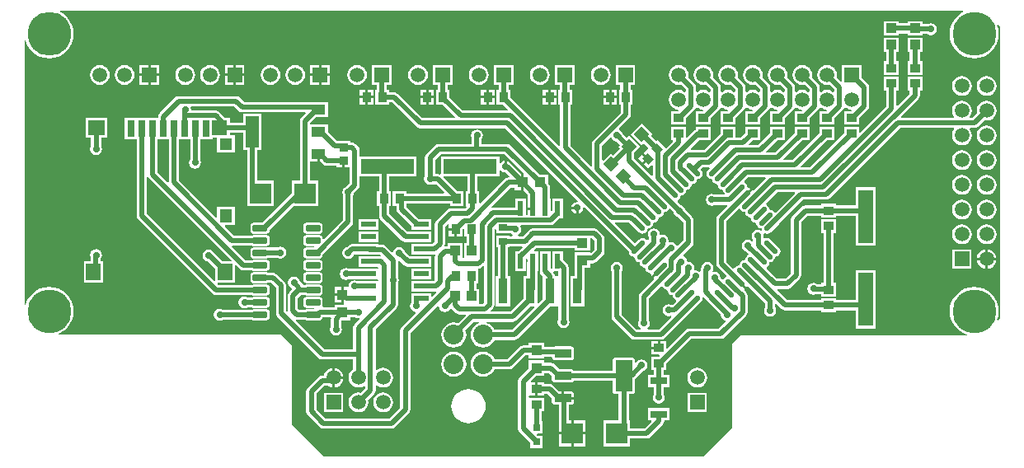
<source format=gtl>
G04*
G04 #@! TF.GenerationSoftware,Altium Limited,Altium Designer,19.0.15 (446)*
G04*
G04 Layer_Physical_Order=1*
G04 Layer_Color=255*
%FSLAX25Y25*%
%MOIN*%
G70*
G01*
G75*
%ADD42R,0.03937X0.03937*%
%ADD52R,0.03937X0.03937*%
%ADD65R,0.02362X0.06102*%
G04:AMPARAMS|DCode=66|XSize=35.43mil|YSize=31.5mil|CornerRadius=0mil|HoleSize=0mil|Usage=FLASHONLY|Rotation=315.000|XOffset=0mil|YOffset=0mil|HoleType=Round|Shape=Rectangle|*
%AMROTATEDRECTD66*
4,1,4,-0.02366,0.00139,-0.00139,0.02366,0.02366,-0.00139,0.00139,-0.02366,-0.02366,0.00139,0.0*
%
%ADD66ROTATEDRECTD66*%

%ADD67R,0.03150X0.06614*%
%ADD68R,0.05906X0.06693*%
%ADD69R,0.05079X0.05512*%
%ADD70R,0.05079X0.05118*%
%ADD71R,0.06299X0.05906*%
%ADD72R,0.06693X0.05906*%
G04:AMPARAMS|DCode=73|XSize=23.62mil|YSize=57.09mil|CornerRadius=2.01mil|HoleSize=0mil|Usage=FLASHONLY|Rotation=90.000|XOffset=0mil|YOffset=0mil|HoleType=Round|Shape=RoundedRectangle|*
%AMROUNDEDRECTD73*
21,1,0.02362,0.05307,0,0,90.0*
21,1,0.01961,0.05709,0,0,90.0*
1,1,0.00402,0.02653,0.00980*
1,1,0.00402,0.02653,-0.00980*
1,1,0.00402,-0.02653,-0.00980*
1,1,0.00402,-0.02653,0.00980*
%
%ADD73ROUNDEDRECTD73*%
G04:AMPARAMS|DCode=74|XSize=125.98mil|YSize=68.9mil|CornerRadius=2.07mil|HoleSize=0mil|Usage=FLASHONLY|Rotation=90.000|XOffset=0mil|YOffset=0mil|HoleType=Round|Shape=RoundedRectangle|*
%AMROUNDEDRECTD74*
21,1,0.12598,0.06476,0,0,90.0*
21,1,0.12185,0.06890,0,0,90.0*
1,1,0.00413,0.03238,0.06093*
1,1,0.00413,0.03238,-0.06093*
1,1,0.00413,-0.03238,-0.06093*
1,1,0.00413,-0.03238,0.06093*
%
%ADD74ROUNDEDRECTD74*%
G04:AMPARAMS|DCode=75|XSize=35.43mil|YSize=68.9mil|CornerRadius=1.95mil|HoleSize=0mil|Usage=FLASHONLY|Rotation=90.000|XOffset=0mil|YOffset=0mil|HoleType=Round|Shape=RoundedRectangle|*
%AMROUNDEDRECTD75*
21,1,0.03543,0.06500,0,0,90.0*
21,1,0.03154,0.06890,0,0,90.0*
1,1,0.00390,0.03250,0.01577*
1,1,0.00390,0.03250,-0.01577*
1,1,0.00390,-0.03250,-0.01577*
1,1,0.00390,-0.03250,0.01577*
%
%ADD75ROUNDEDRECTD75*%
%ADD76R,0.03937X0.03543*%
%ADD77R,0.08661X0.08465*%
%ADD78R,0.04331X0.04331*%
%ADD79R,0.03150X0.03150*%
%ADD80R,0.05512X0.03937*%
%ADD81R,0.05512X0.12795*%
%ADD82R,0.03740X0.03347*%
%ADD83R,0.03543X0.03937*%
%ADD84R,0.05906X0.21654*%
G04:AMPARAMS|DCode=85|XSize=21.65mil|YSize=68.9mil|CornerRadius=0mil|HoleSize=0mil|Usage=FLASHONLY|Rotation=135.000|XOffset=0mil|YOffset=0mil|HoleType=Round|Shape=Round|*
%AMOVALD85*
21,1,0.04724,0.02165,0.00000,0.00000,225.0*
1,1,0.02165,0.01670,0.01670*
1,1,0.02165,-0.01670,-0.01670*
%
%ADD85OVALD85*%

G04:AMPARAMS|DCode=86|XSize=21.65mil|YSize=68.9mil|CornerRadius=0mil|HoleSize=0mil|Usage=FLASHONLY|Rotation=225.000|XOffset=0mil|YOffset=0mil|HoleType=Round|Shape=Round|*
%AMOVALD86*
21,1,0.04724,0.02165,0.00000,0.00000,315.0*
1,1,0.02165,-0.01670,0.01670*
1,1,0.02165,0.01670,-0.01670*
%
%ADD86OVALD86*%

%ADD87R,0.06693X0.03150*%
%ADD88P,0.06125X4X90.0*%
%ADD89P,0.06125X4X180.0*%
%ADD90R,0.05906X0.02362*%
%ADD91R,0.03740X0.10236*%
%ADD92R,0.03543X0.02756*%
%ADD93R,0.04331X0.04331*%
%ADD94R,0.21654X0.05906*%
%ADD95C,0.02000*%
%ADD96C,0.17717*%
%ADD97O,0.17717X0.17717*%
%ADD98R,0.05906X0.05906*%
%ADD99C,0.05906*%
%ADD100R,0.05906X0.05906*%
%ADD101C,0.05906*%
%ADD102C,0.08000*%
%ADD103R,0.05906X0.05906*%
%ADD104C,0.02756*%
G36*
X381234Y181500D02*
X379997Y180839D01*
X378495Y179607D01*
X377263Y178106D01*
X376348Y176393D01*
X375784Y174535D01*
X375594Y172602D01*
X375784Y170670D01*
X376348Y168812D01*
X377263Y167099D01*
X378495Y165598D01*
X379997Y164366D01*
X381709Y163451D01*
X383568Y162887D01*
X385500Y162696D01*
X387433Y162887D01*
X389291Y163451D01*
X391003Y164366D01*
X392505Y165598D01*
X393737Y167099D01*
X394652Y168812D01*
X395216Y170670D01*
X395406Y172602D01*
X395216Y174535D01*
X394789Y175943D01*
X395228Y176217D01*
X396000Y175500D01*
Y57500D01*
X395204Y56704D01*
X394762Y56969D01*
X395216Y58465D01*
X395406Y60398D01*
X395216Y62330D01*
X394652Y64188D01*
X393737Y65901D01*
X392505Y67402D01*
X391003Y68634D01*
X389291Y69550D01*
X387433Y70113D01*
X385500Y70304D01*
X383568Y70113D01*
X381709Y69550D01*
X379997Y68634D01*
X378495Y67402D01*
X377263Y65901D01*
X376348Y64188D01*
X375784Y62330D01*
X375594Y60398D01*
X375784Y58465D01*
X376348Y56607D01*
X377263Y54894D01*
X378495Y53393D01*
X379997Y52161D01*
X381709Y51246D01*
X382519Y51000D01*
X382445Y50500D01*
X291000Y50500D01*
X287500Y47000D01*
Y13000D01*
X276000Y1500D01*
X122500D01*
X109500Y14500D01*
Y46500D01*
X105181Y50819D01*
X15537D01*
X15412Y51319D01*
X16988Y52161D01*
X18489Y53393D01*
X19721Y54894D01*
X20636Y56607D01*
X21200Y58465D01*
X21390Y60398D01*
X21200Y62330D01*
X20636Y64188D01*
X19721Y65901D01*
X18489Y67402D01*
X16988Y68634D01*
X15275Y69550D01*
X13417Y70113D01*
X11484Y70304D01*
X9552Y70113D01*
X7693Y69550D01*
X5981Y68634D01*
X4480Y67402D01*
X3248Y65901D01*
X2332Y64188D01*
X2000Y63093D01*
X1500Y63167D01*
Y169833D01*
X2000Y169907D01*
X2332Y168812D01*
X3248Y167099D01*
X4480Y165598D01*
X5981Y164366D01*
X7693Y163451D01*
X9552Y162887D01*
X11484Y162696D01*
X13417Y162887D01*
X15275Y163451D01*
X16988Y164366D01*
X18489Y165598D01*
X19721Y167099D01*
X20636Y168812D01*
X21200Y170670D01*
X21390Y172602D01*
X21200Y174535D01*
X20636Y176393D01*
X19721Y178106D01*
X18489Y179607D01*
X16988Y180839D01*
X15751Y181500D01*
X15876Y182000D01*
X381108D01*
X381234Y181500D01*
D02*
G37*
%LPC*%
G36*
X364469Y177815D02*
X358531D01*
Y176886D01*
X354969D01*
Y177815D01*
X349031D01*
Y171878D01*
X354969D01*
Y172807D01*
X358531D01*
Y171878D01*
X364469D01*
Y172606D01*
X366555D01*
X367072Y172260D01*
X368000Y172075D01*
X368928Y172260D01*
X369714Y172786D01*
X370240Y173572D01*
X370425Y174500D01*
X370240Y175428D01*
X369714Y176214D01*
X368928Y176740D01*
X368000Y176925D01*
X367072Y176740D01*
X366988Y176684D01*
X364469D01*
Y177815D01*
D02*
G37*
G36*
X124953Y159953D02*
X121500D01*
Y156500D01*
X124953D01*
Y159953D01*
D02*
G37*
G36*
X90453D02*
X87000D01*
Y156500D01*
X90453D01*
Y159953D01*
D02*
G37*
G36*
X55953D02*
X52500D01*
Y156500D01*
X55953D01*
Y159953D01*
D02*
G37*
G36*
X120500D02*
X117047D01*
Y156500D01*
X120500D01*
Y159953D01*
D02*
G37*
G36*
X86000D02*
X82547D01*
Y156500D01*
X86000D01*
Y159953D01*
D02*
G37*
G36*
X51500D02*
X48047D01*
Y156500D01*
X51500D01*
Y159953D01*
D02*
G37*
G36*
X364469Y171122D02*
X358531D01*
Y165185D01*
X359461D01*
Y161571D01*
X358531D01*
Y156028D01*
X364469D01*
Y161571D01*
X363539D01*
Y165185D01*
X364469D01*
Y171122D01*
D02*
G37*
G36*
X354969D02*
X349031D01*
Y165185D01*
X349961D01*
Y161571D01*
X349031D01*
Y156028D01*
X354969D01*
Y161571D01*
X354039D01*
Y165185D01*
X354969D01*
Y171122D01*
D02*
G37*
G36*
X124953Y155500D02*
X121500D01*
Y152047D01*
X124953D01*
Y155500D01*
D02*
G37*
G36*
X120500D02*
X117047D01*
Y152047D01*
X120500D01*
Y155500D01*
D02*
G37*
G36*
X90453D02*
X87000D01*
Y152047D01*
X90453D01*
Y155500D01*
D02*
G37*
G36*
X86000D02*
X82547D01*
Y152047D01*
X86000D01*
Y155500D01*
D02*
G37*
G36*
X55953D02*
X52500D01*
Y152047D01*
X55953D01*
Y155500D01*
D02*
G37*
G36*
X51500D02*
X48047D01*
Y152047D01*
X51500D01*
Y155500D01*
D02*
G37*
G36*
X234500Y159987D02*
X233468Y159851D01*
X232507Y159453D01*
X231681Y158819D01*
X231047Y157993D01*
X230649Y157032D01*
X230513Y156000D01*
X230649Y154968D01*
X231047Y154007D01*
X231681Y153181D01*
X232507Y152547D01*
X233468Y152149D01*
X234500Y152013D01*
X235532Y152149D01*
X236493Y152547D01*
X237319Y153181D01*
X237953Y154007D01*
X238351Y154968D01*
X238487Y156000D01*
X238351Y157032D01*
X237953Y157993D01*
X237319Y158819D01*
X236493Y159453D01*
X235532Y159851D01*
X234500Y159987D01*
D02*
G37*
G36*
X209875D02*
X208843Y159851D01*
X207882Y159453D01*
X207056Y158819D01*
X206422Y157993D01*
X206024Y157032D01*
X205888Y156000D01*
X206024Y154968D01*
X206422Y154007D01*
X207056Y153181D01*
X207882Y152547D01*
X208843Y152149D01*
X209875Y152013D01*
X210907Y152149D01*
X211868Y152547D01*
X212694Y153181D01*
X213328Y154007D01*
X213726Y154968D01*
X213862Y156000D01*
X213726Y157032D01*
X213328Y157993D01*
X212694Y158819D01*
X211868Y159453D01*
X210907Y159851D01*
X209875Y159987D01*
D02*
G37*
G36*
X185250D02*
X184218Y159851D01*
X183257Y159453D01*
X182431Y158819D01*
X181797Y157993D01*
X181399Y157032D01*
X181263Y156000D01*
X181399Y154968D01*
X181797Y154007D01*
X182431Y153181D01*
X183257Y152547D01*
X184218Y152149D01*
X185250Y152013D01*
X186282Y152149D01*
X187243Y152547D01*
X188069Y153181D01*
X188703Y154007D01*
X189101Y154968D01*
X189237Y156000D01*
X189101Y157032D01*
X188703Y157993D01*
X188069Y158819D01*
X187243Y159453D01*
X186282Y159851D01*
X185250Y159987D01*
D02*
G37*
G36*
X160625D02*
X159593Y159851D01*
X158632Y159453D01*
X157806Y158819D01*
X157172Y157993D01*
X156774Y157032D01*
X156638Y156000D01*
X156774Y154968D01*
X157172Y154007D01*
X157806Y153181D01*
X158632Y152547D01*
X159593Y152149D01*
X160625Y152013D01*
X161657Y152149D01*
X162618Y152547D01*
X163444Y153181D01*
X164078Y154007D01*
X164476Y154968D01*
X164612Y156000D01*
X164476Y157032D01*
X164078Y157993D01*
X163444Y158819D01*
X162618Y159453D01*
X161657Y159851D01*
X160625Y159987D01*
D02*
G37*
G36*
X136000D02*
X134968Y159851D01*
X134007Y159453D01*
X133181Y158819D01*
X132547Y157993D01*
X132149Y157032D01*
X132013Y156000D01*
X132149Y154968D01*
X132547Y154007D01*
X133181Y153181D01*
X134007Y152547D01*
X134968Y152149D01*
X136000Y152013D01*
X137032Y152149D01*
X137993Y152547D01*
X138819Y153181D01*
X139453Y154007D01*
X139851Y154968D01*
X139987Y156000D01*
X139851Y157032D01*
X139453Y157993D01*
X138819Y158819D01*
X137993Y159453D01*
X137032Y159851D01*
X136000Y159987D01*
D02*
G37*
G36*
X111000D02*
X109968Y159851D01*
X109007Y159453D01*
X108181Y158819D01*
X107547Y157993D01*
X107149Y157032D01*
X107013Y156000D01*
X107149Y154968D01*
X107547Y154007D01*
X108181Y153181D01*
X109007Y152547D01*
X109968Y152149D01*
X111000Y152013D01*
X112032Y152149D01*
X112993Y152547D01*
X113819Y153181D01*
X114453Y154007D01*
X114851Y154968D01*
X114987Y156000D01*
X114851Y157032D01*
X114453Y157993D01*
X113819Y158819D01*
X112993Y159453D01*
X112032Y159851D01*
X111000Y159987D01*
D02*
G37*
G36*
X101000D02*
X99968Y159851D01*
X99007Y159453D01*
X98181Y158819D01*
X97547Y157993D01*
X97149Y157032D01*
X97013Y156000D01*
X97149Y154968D01*
X97547Y154007D01*
X98181Y153181D01*
X99007Y152547D01*
X99968Y152149D01*
X101000Y152013D01*
X102032Y152149D01*
X102993Y152547D01*
X103819Y153181D01*
X104453Y154007D01*
X104851Y154968D01*
X104987Y156000D01*
X104851Y157032D01*
X104453Y157993D01*
X103819Y158819D01*
X102993Y159453D01*
X102032Y159851D01*
X101000Y159987D01*
D02*
G37*
G36*
X76500D02*
X75468Y159851D01*
X74507Y159453D01*
X73681Y158819D01*
X73047Y157993D01*
X72649Y157032D01*
X72513Y156000D01*
X72649Y154968D01*
X73047Y154007D01*
X73681Y153181D01*
X74507Y152547D01*
X75468Y152149D01*
X76500Y152013D01*
X77532Y152149D01*
X78493Y152547D01*
X79319Y153181D01*
X79953Y154007D01*
X80351Y154968D01*
X80487Y156000D01*
X80351Y157032D01*
X79953Y157993D01*
X79319Y158819D01*
X78493Y159453D01*
X77532Y159851D01*
X76500Y159987D01*
D02*
G37*
G36*
X66500D02*
X65468Y159851D01*
X64507Y159453D01*
X63681Y158819D01*
X63047Y157993D01*
X62649Y157032D01*
X62513Y156000D01*
X62649Y154968D01*
X63047Y154007D01*
X63681Y153181D01*
X64507Y152547D01*
X65468Y152149D01*
X66500Y152013D01*
X67532Y152149D01*
X68493Y152547D01*
X69319Y153181D01*
X69953Y154007D01*
X70351Y154968D01*
X70487Y156000D01*
X70351Y157032D01*
X69953Y157993D01*
X69319Y158819D01*
X68493Y159453D01*
X67532Y159851D01*
X66500Y159987D01*
D02*
G37*
G36*
X42000D02*
X40968Y159851D01*
X40007Y159453D01*
X39181Y158819D01*
X38547Y157993D01*
X38149Y157032D01*
X38013Y156000D01*
X38149Y154968D01*
X38547Y154007D01*
X39181Y153181D01*
X40007Y152547D01*
X40968Y152149D01*
X42000Y152013D01*
X43032Y152149D01*
X43993Y152547D01*
X44819Y153181D01*
X45453Y154007D01*
X45851Y154968D01*
X45987Y156000D01*
X45851Y157032D01*
X45453Y157993D01*
X44819Y158819D01*
X43993Y159453D01*
X43032Y159851D01*
X42000Y159987D01*
D02*
G37*
G36*
X32000D02*
X30968Y159851D01*
X30007Y159453D01*
X29181Y158819D01*
X28547Y157993D01*
X28149Y157032D01*
X28013Y156000D01*
X28149Y154968D01*
X28547Y154007D01*
X29181Y153181D01*
X30007Y152547D01*
X30968Y152149D01*
X32000Y152013D01*
X33032Y152149D01*
X33993Y152547D01*
X34819Y153181D01*
X35453Y154007D01*
X35851Y154968D01*
X35987Y156000D01*
X35851Y157032D01*
X35453Y157993D01*
X34819Y158819D01*
X33993Y159453D01*
X33032Y159851D01*
X32000Y159987D01*
D02*
G37*
G36*
X326000D02*
X324968Y159851D01*
X324007Y159453D01*
X323181Y158819D01*
X322547Y157993D01*
X322149Y157032D01*
X322013Y156000D01*
X322149Y154968D01*
X322547Y154007D01*
X323181Y153181D01*
X324007Y152547D01*
X324968Y152149D01*
X326000Y152013D01*
X326975Y152141D01*
X328913Y150203D01*
Y149377D01*
X328414Y149130D01*
X327993Y149453D01*
X327032Y149851D01*
X326000Y149987D01*
X324968Y149851D01*
X324007Y149453D01*
X323492Y149058D01*
X322992Y149304D01*
Y151047D01*
X322837Y151828D01*
X322395Y152489D01*
X319859Y155025D01*
X319987Y156000D01*
X319851Y157032D01*
X319453Y157993D01*
X318819Y158819D01*
X317993Y159453D01*
X317032Y159851D01*
X316000Y159987D01*
X314968Y159851D01*
X314006Y159453D01*
X313181Y158819D01*
X312547Y157993D01*
X312149Y157032D01*
X312013Y156000D01*
X312149Y154968D01*
X312547Y154007D01*
X313181Y153181D01*
X314006Y152547D01*
X314968Y152149D01*
X316000Y152013D01*
X316975Y152141D01*
X318914Y150203D01*
Y149377D01*
X318413Y149130D01*
X317993Y149453D01*
X317032Y149851D01*
X316000Y149987D01*
X314968Y149851D01*
X314006Y149453D01*
X313492Y149058D01*
X312992Y149304D01*
Y151047D01*
X312837Y151828D01*
X312395Y152489D01*
X309858Y155025D01*
X309987Y156000D01*
X309851Y157032D01*
X309453Y157993D01*
X308819Y158819D01*
X307993Y159453D01*
X307032Y159851D01*
X306000Y159987D01*
X304968Y159851D01*
X304007Y159453D01*
X303181Y158819D01*
X302547Y157993D01*
X302149Y157032D01*
X302013Y156000D01*
X302149Y154968D01*
X302547Y154007D01*
X303181Y153181D01*
X304007Y152547D01*
X304968Y152149D01*
X306000Y152013D01*
X306975Y152141D01*
X308913Y150203D01*
Y149377D01*
X308414Y149130D01*
X307993Y149453D01*
X307032Y149851D01*
X306000Y149987D01*
X304968Y149851D01*
X304007Y149453D01*
X303492Y149058D01*
X302992Y149304D01*
Y151047D01*
X302837Y151828D01*
X302395Y152489D01*
X299858Y155025D01*
X299987Y156000D01*
X299851Y157032D01*
X299453Y157993D01*
X298819Y158819D01*
X297993Y159453D01*
X297032Y159851D01*
X296000Y159987D01*
X294968Y159851D01*
X294006Y159453D01*
X293181Y158819D01*
X292547Y157993D01*
X292149Y157032D01*
X292013Y156000D01*
X292149Y154968D01*
X292547Y154007D01*
X293181Y153181D01*
X294006Y152547D01*
X294968Y152149D01*
X296000Y152013D01*
X296975Y152141D01*
X298914Y150203D01*
Y149377D01*
X298413Y149130D01*
X297993Y149453D01*
X297032Y149851D01*
X296000Y149987D01*
X294968Y149851D01*
X294006Y149453D01*
X293492Y149058D01*
X292992Y149304D01*
Y151047D01*
X292837Y151828D01*
X292395Y152489D01*
X289859Y155025D01*
X289987Y156000D01*
X289851Y157032D01*
X289453Y157993D01*
X288819Y158819D01*
X287993Y159453D01*
X287032Y159851D01*
X286000Y159987D01*
X284968Y159851D01*
X284007Y159453D01*
X283181Y158819D01*
X282547Y157993D01*
X282149Y157032D01*
X282013Y156000D01*
X282149Y154968D01*
X282547Y154007D01*
X283181Y153181D01*
X284007Y152547D01*
X284968Y152149D01*
X286000Y152013D01*
X286975Y152141D01*
X288913Y150203D01*
Y149377D01*
X288414Y149130D01*
X287993Y149453D01*
X287032Y149851D01*
X286000Y149987D01*
X284968Y149851D01*
X284007Y149453D01*
X283492Y149058D01*
X282992Y149304D01*
Y151047D01*
X282837Y151828D01*
X282395Y152489D01*
X279858Y155025D01*
X279987Y156000D01*
X279851Y157032D01*
X279453Y157993D01*
X278819Y158819D01*
X277993Y159453D01*
X277032Y159851D01*
X276000Y159987D01*
X274968Y159851D01*
X274007Y159453D01*
X273181Y158819D01*
X272547Y157993D01*
X272149Y157032D01*
X272013Y156000D01*
X272149Y154968D01*
X272547Y154007D01*
X273181Y153181D01*
X274007Y152547D01*
X274968Y152149D01*
X276000Y152013D01*
X276975Y152141D01*
X278913Y150203D01*
Y149377D01*
X278414Y149130D01*
X277993Y149453D01*
X277032Y149851D01*
X276000Y149987D01*
X274968Y149851D01*
X274007Y149453D01*
X273492Y149058D01*
X272992Y149304D01*
Y151047D01*
X272837Y151828D01*
X272395Y152489D01*
X269859Y155025D01*
X269987Y156000D01*
X269851Y157032D01*
X269453Y157993D01*
X268819Y158819D01*
X267993Y159453D01*
X267032Y159851D01*
X266000Y159987D01*
X264968Y159851D01*
X264006Y159453D01*
X263181Y158819D01*
X262547Y157993D01*
X262149Y157032D01*
X262013Y156000D01*
X262149Y154968D01*
X262547Y154007D01*
X263181Y153181D01*
X264006Y152547D01*
X264968Y152149D01*
X266000Y152013D01*
X266975Y152141D01*
X268914Y150203D01*
Y149377D01*
X268413Y149130D01*
X267993Y149453D01*
X267032Y149851D01*
X266000Y149987D01*
X264968Y149851D01*
X264006Y149453D01*
X263181Y148819D01*
X262547Y147993D01*
X262149Y147032D01*
X262013Y146000D01*
X262149Y144968D01*
X262547Y144007D01*
X263181Y143181D01*
X264006Y142547D01*
X264968Y142149D01*
X265581Y142068D01*
X265604Y142053D01*
X265825Y141532D01*
X265743Y141421D01*
X263032D01*
Y135878D01*
X268969D01*
Y138537D01*
X272395Y141964D01*
X272837Y142625D01*
X272870Y142795D01*
X273421Y142997D01*
X274007Y142547D01*
X274968Y142149D01*
X275581Y142068D01*
X275604Y142053D01*
X275825Y141532D01*
X275743Y141421D01*
X273031D01*
Y135878D01*
X278969D01*
Y138537D01*
X282395Y141964D01*
X282837Y142625D01*
X282870Y142795D01*
X283420Y142997D01*
X284007Y142547D01*
X284968Y142149D01*
X285581Y142068D01*
X285604Y142053D01*
X285825Y141532D01*
X285743Y141421D01*
X283032D01*
Y135878D01*
X288968D01*
Y138537D01*
X292395Y141964D01*
X292837Y142625D01*
X292870Y142795D01*
X293421Y142997D01*
X294006Y142547D01*
X294968Y142149D01*
X295581Y142068D01*
X295604Y142053D01*
X295825Y141532D01*
X295743Y141421D01*
X293032D01*
Y135878D01*
X298969D01*
Y138537D01*
X302395Y141964D01*
X302837Y142625D01*
X302870Y142795D01*
X303420Y142997D01*
X304007Y142547D01*
X304968Y142149D01*
X305581Y142068D01*
X305604Y142053D01*
X305825Y141532D01*
X305743Y141421D01*
X303031D01*
Y135878D01*
X308968D01*
Y138537D01*
X312395Y141964D01*
X312837Y142625D01*
X312870Y142795D01*
X313421Y142997D01*
X314006Y142547D01*
X314968Y142149D01*
X315581Y142068D01*
X315604Y142053D01*
X315825Y141532D01*
X315743Y141421D01*
X313032D01*
Y135878D01*
X318969D01*
Y138537D01*
X322395Y141964D01*
X322837Y142625D01*
X322870Y142795D01*
X323421Y142997D01*
X324007Y142547D01*
X324968Y142149D01*
X325581Y142068D01*
X325604Y142053D01*
X325825Y141532D01*
X325743Y141421D01*
X323031D01*
Y135878D01*
X328969D01*
Y138537D01*
X332395Y141964D01*
X332837Y142625D01*
X332870Y142795D01*
X333420Y142997D01*
X334007Y142547D01*
X334968Y142149D01*
X335581Y142068D01*
X335604Y142053D01*
X335825Y141532D01*
X335743Y141421D01*
X333032D01*
Y135878D01*
X338968D01*
Y138537D01*
X342395Y141964D01*
X342837Y142625D01*
X342992Y143405D01*
X342992Y143405D01*
Y151047D01*
X342837Y151828D01*
X342395Y152489D01*
X339953Y154931D01*
Y159953D01*
X332047D01*
Y153490D01*
X331585Y153298D01*
X329858Y155025D01*
X329987Y156000D01*
X329851Y157032D01*
X329453Y157993D01*
X328819Y158819D01*
X327993Y159453D01*
X327032Y159851D01*
X326000Y159987D01*
D02*
G37*
G36*
X390500Y155487D02*
X389468Y155351D01*
X388507Y154953D01*
X387681Y154319D01*
X387047Y153493D01*
X386649Y152532D01*
X386513Y151500D01*
X386649Y150468D01*
X387047Y149507D01*
X387681Y148681D01*
X388507Y148047D01*
X389468Y147649D01*
X390500Y147513D01*
X391532Y147649D01*
X392493Y148047D01*
X393319Y148681D01*
X393953Y149507D01*
X394351Y150468D01*
X394487Y151500D01*
X394351Y152532D01*
X393953Y153493D01*
X393319Y154319D01*
X392493Y154953D01*
X391532Y155351D01*
X390500Y155487D01*
D02*
G37*
G36*
X380500D02*
X379468Y155351D01*
X378507Y154953D01*
X377681Y154319D01*
X377047Y153493D01*
X376649Y152532D01*
X376513Y151500D01*
X376649Y150468D01*
X377047Y149507D01*
X377681Y148681D01*
X378507Y148047D01*
X379468Y147649D01*
X380500Y147513D01*
X381532Y147649D01*
X382493Y148047D01*
X383319Y148681D01*
X383953Y149507D01*
X384351Y150468D01*
X384487Y151500D01*
X384351Y152532D01*
X383953Y153493D01*
X383319Y154319D01*
X382493Y154953D01*
X381532Y155351D01*
X380500Y155487D01*
D02*
G37*
G36*
X241122Y149969D02*
X238850D01*
Y147500D01*
X241122D01*
Y149969D01*
D02*
G37*
G36*
X216622D02*
X214350D01*
Y147500D01*
X216622D01*
Y149969D01*
D02*
G37*
G36*
X191622D02*
X189350D01*
Y147500D01*
X191622D01*
Y149969D01*
D02*
G37*
G36*
X237850D02*
X235579D01*
Y147500D01*
X237850D01*
Y149969D01*
D02*
G37*
G36*
X213350D02*
X211079D01*
Y147500D01*
X213350D01*
Y149969D01*
D02*
G37*
G36*
X188350D02*
X186079D01*
Y147500D01*
X188350D01*
Y149969D01*
D02*
G37*
G36*
X167122D02*
X164850D01*
Y147500D01*
X167122D01*
Y149969D01*
D02*
G37*
G36*
X142622D02*
X140350D01*
Y147500D01*
X142622D01*
Y149969D01*
D02*
G37*
G36*
X163850D02*
X161579D01*
Y147500D01*
X163850D01*
Y149969D01*
D02*
G37*
G36*
X139350D02*
X137079D01*
Y147500D01*
X139350D01*
Y149969D01*
D02*
G37*
G36*
X241122Y146500D02*
X238850D01*
Y144032D01*
X241122D01*
Y146500D01*
D02*
G37*
G36*
X237850D02*
X235579D01*
Y144032D01*
X237850D01*
Y146500D01*
D02*
G37*
G36*
X216622D02*
X214350D01*
Y144032D01*
X216622D01*
Y146500D01*
D02*
G37*
G36*
X213350D02*
X211079D01*
Y144032D01*
X213350D01*
Y146500D01*
D02*
G37*
G36*
X191622D02*
X189350D01*
Y144032D01*
X191622D01*
Y146500D01*
D02*
G37*
G36*
X188350D02*
X186079D01*
Y144032D01*
X188350D01*
Y146500D01*
D02*
G37*
G36*
X167122Y146500D02*
X164850D01*
Y144032D01*
X167122D01*
Y146500D01*
D02*
G37*
G36*
X163850D02*
X161579D01*
Y144032D01*
X163850D01*
Y146500D01*
D02*
G37*
G36*
X142622D02*
X140350D01*
Y144032D01*
X142622D01*
Y146500D01*
D02*
G37*
G36*
X139350D02*
X137079D01*
Y144032D01*
X139350D01*
Y146500D01*
D02*
G37*
G36*
X390500Y135487D02*
X389468Y135351D01*
X388507Y134953D01*
X387681Y134319D01*
X387047Y133493D01*
X386649Y132532D01*
X386513Y131500D01*
X386649Y130468D01*
X387047Y129507D01*
X387681Y128681D01*
X388507Y128047D01*
X389468Y127649D01*
X390500Y127513D01*
X391532Y127649D01*
X392493Y128047D01*
X393319Y128681D01*
X393953Y129507D01*
X394351Y130468D01*
X394487Y131500D01*
X394351Y132532D01*
X393953Y133493D01*
X393319Y134319D01*
X392493Y134953D01*
X391532Y135351D01*
X390500Y135487D01*
D02*
G37*
G36*
X34965Y138583D02*
X26272D01*
Y130677D01*
X28461D01*
Y127228D01*
X28260Y126928D01*
X28076Y126000D01*
X28260Y125072D01*
X28786Y124286D01*
X29572Y123760D01*
X30500Y123575D01*
X31428Y123760D01*
X32214Y124286D01*
X32740Y125072D01*
X32925Y126000D01*
X32740Y126928D01*
X32539Y127228D01*
Y130677D01*
X34965D01*
Y138583D01*
D02*
G37*
G36*
X251238Y123658D02*
X249771Y122190D01*
X251377Y120584D01*
X252844Y122051D01*
X251238Y123658D01*
D02*
G37*
G36*
X248453Y159953D02*
X240547D01*
Y152047D01*
X242461D01*
Y149969D01*
X241878D01*
Y144032D01*
X242610D01*
Y140771D01*
X231558Y129719D01*
X231116Y129058D01*
X230961Y128277D01*
Y119334D01*
X230499Y119142D01*
X222189Y127452D01*
Y144032D01*
X222921D01*
Y149969D01*
X222052D01*
Y152047D01*
X223828D01*
Y159953D01*
X215922D01*
Y152047D01*
X217973D01*
Y149969D01*
X217378D01*
Y144032D01*
X218110D01*
Y127380D01*
X217649Y127188D01*
X197921Y146915D01*
Y149969D01*
X197289D01*
Y152047D01*
X199203D01*
Y159953D01*
X191297D01*
Y152047D01*
X193211D01*
Y149969D01*
X192378D01*
Y144032D01*
X195037D01*
X197068Y142001D01*
X196877Y141539D01*
X178797D01*
X173421Y146915D01*
Y149969D01*
X172677D01*
Y152047D01*
X174578D01*
Y159953D01*
X166672D01*
Y152047D01*
X168598D01*
Y149969D01*
X167878D01*
Y144032D01*
X170537D01*
X175568Y139001D01*
X175376Y138539D01*
X162345D01*
X152442Y148442D01*
X151780Y148884D01*
X151000Y149039D01*
X148921D01*
Y149969D01*
X148114D01*
Y152047D01*
X149953D01*
Y159953D01*
X142047D01*
Y152047D01*
X144036D01*
Y149969D01*
X143378D01*
Y144032D01*
X148921D01*
Y144961D01*
X150155D01*
X160058Y135058D01*
X160720Y134616D01*
X161500Y134461D01*
X195913D01*
X225324Y105050D01*
X225077Y104589D01*
X225012Y104602D01*
X224084Y104418D01*
X223297Y103892D01*
X222772Y103105D01*
X222687Y102678D01*
X225012D01*
Y102178D01*
X225512D01*
Y99853D01*
X225940Y99938D01*
X226726Y100463D01*
X227252Y101250D01*
X227436Y102178D01*
X227423Y102243D01*
X227884Y102489D01*
X245868Y84505D01*
X246003Y83827D01*
X246464Y83138D01*
X247153Y82677D01*
X247594Y82590D01*
X247993Y82440D01*
X248143Y82041D01*
X248231Y81599D01*
X248691Y80911D01*
X249380Y80450D01*
X249821Y80362D01*
X250220Y80213D01*
X250370Y79814D01*
X250458Y79372D01*
X250918Y78684D01*
X251607Y78223D01*
X252048Y78135D01*
X252448Y77986D01*
X252597Y77587D01*
X252685Y77145D01*
X253145Y76456D01*
X253834Y75996D01*
X254276Y75908D01*
X254675Y75759D01*
X254824Y75360D01*
X254912Y74918D01*
X255089Y74653D01*
X258190Y77755D01*
X258897Y77048D01*
X255796Y73946D01*
X255890Y73883D01*
X256019Y73306D01*
X250558Y67845D01*
X250116Y67183D01*
X249961Y66403D01*
Y56728D01*
X249760Y56428D01*
X249575Y55500D01*
X249760Y54572D01*
X250286Y53786D01*
X250654Y53539D01*
X250503Y53039D01*
X249082D01*
X243039Y59082D01*
Y76772D01*
X243240Y77072D01*
X243425Y78000D01*
X243240Y78928D01*
X242714Y79714D01*
X241928Y80240D01*
X241000Y80424D01*
X240072Y80240D01*
X239286Y79714D01*
X238760Y78928D01*
X238576Y78000D01*
X238760Y77072D01*
X238961Y76772D01*
Y58238D01*
X239116Y57457D01*
X239558Y56796D01*
X246796Y49558D01*
X247457Y49116D01*
X248238Y48961D01*
X258868D01*
X259648Y49116D01*
X260310Y49558D01*
X271378Y60627D01*
X271738Y60867D01*
X275078Y64207D01*
X275539Y64896D01*
X275700Y65709D01*
X275668Y65873D01*
X276129Y66119D01*
X277681Y64566D01*
X277922Y64207D01*
X281262Y60867D01*
X281487Y60717D01*
X283097Y59107D01*
X283075Y59000D01*
X283260Y58072D01*
X283786Y57286D01*
X284572Y56760D01*
X284954Y56684D01*
X285099Y56206D01*
X282243Y53350D01*
X270158D01*
X269377Y53195D01*
X268716Y52753D01*
X261431Y45468D01*
X260968Y45659D01*
Y48421D01*
X258500D01*
Y45650D01*
X258000D01*
Y45150D01*
X255031D01*
Y42878D01*
X258033D01*
X258243Y42401D01*
X258019Y42122D01*
X255031D01*
Y36579D01*
X255961D01*
Y34768D01*
X253654D01*
Y29618D01*
X255961D01*
Y26728D01*
X255760Y26428D01*
X255575Y25500D01*
X255760Y24572D01*
X256286Y23786D01*
X257072Y23260D01*
X258000Y23076D01*
X258928Y23260D01*
X259714Y23786D01*
X260240Y24572D01*
X260424Y25500D01*
X260240Y26428D01*
X260039Y26728D01*
Y29618D01*
X262347D01*
Y34768D01*
X260039D01*
Y36579D01*
X260968D01*
Y39238D01*
X271002Y49272D01*
X283088D01*
X283869Y49427D01*
X284530Y49869D01*
X293320Y58659D01*
X293762Y59320D01*
X293917Y60101D01*
Y66572D01*
X293762Y67352D01*
X293320Y68014D01*
X292489Y68845D01*
X292629Y69411D01*
X292750Y69492D01*
X289648Y72593D01*
X290355Y73300D01*
X293457Y70199D01*
X293519Y70293D01*
X294097Y70422D01*
X300816Y63703D01*
Y61726D01*
X300760Y61642D01*
X300575Y60714D01*
X300760Y59787D01*
X301286Y59000D01*
X302072Y58474D01*
X303000Y58290D01*
X303928Y58474D01*
X304714Y59000D01*
X305240Y59787D01*
X305424Y60714D01*
X305240Y61642D01*
X304895Y62159D01*
Y63425D01*
X305357Y63617D01*
X307565Y61409D01*
X308226Y60966D01*
X309007Y60811D01*
X323711D01*
Y60079D01*
X329648D01*
Y60811D01*
X337727D01*
Y53441D01*
X345632D01*
Y77095D01*
X337727D01*
Y64890D01*
X329648D01*
Y65622D01*
X323711D01*
Y64890D01*
X309851D01*
X305742Y68999D01*
X305933Y69461D01*
X310053D01*
X310834Y69616D01*
X311495Y70058D01*
X314942Y73505D01*
X314942Y73505D01*
X315384Y74167D01*
X315539Y74947D01*
Y96606D01*
X318044Y99110D01*
X323711D01*
Y98378D01*
X329648D01*
Y99110D01*
X337727D01*
Y86905D01*
X345632D01*
Y110559D01*
X337727D01*
Y103189D01*
X329648D01*
Y103921D01*
X323711D01*
Y103189D01*
X317199D01*
X316419Y103034D01*
X315757Y102592D01*
X312058Y98892D01*
X311616Y98231D01*
X311461Y97451D01*
Y75792D01*
X309208Y73539D01*
X305701D01*
X301472Y77768D01*
X301591Y78356D01*
X302082Y78684D01*
X302542Y79372D01*
X302630Y79814D01*
X302780Y80213D01*
X303179Y80362D01*
X303620Y80450D01*
X304309Y80911D01*
X304770Y81599D01*
X304857Y82041D01*
X305007Y82440D01*
X305406Y82590D01*
X305847Y82677D01*
X306536Y83138D01*
X306997Y83827D01*
X307158Y84639D01*
X306997Y85452D01*
X306536Y86141D01*
X303196Y89481D01*
X302507Y89942D01*
X301694Y90103D01*
X300882Y89942D01*
X300684Y89810D01*
X300552Y89857D01*
X300355Y89993D01*
X300250Y90121D01*
X300425Y91000D01*
X300294Y91655D01*
X300744Y91956D01*
X300882Y91864D01*
X301694Y91703D01*
X302507Y91864D01*
X303196Y92325D01*
X306536Y95665D01*
X306776Y96024D01*
X316237Y105485D01*
X325662D01*
X326442Y105640D01*
X327104Y106082D01*
X355530Y134508D01*
X377196D01*
X377442Y134008D01*
X377047Y133493D01*
X376649Y132532D01*
X376513Y131500D01*
X376649Y130468D01*
X377047Y129507D01*
X377681Y128681D01*
X378507Y128047D01*
X379468Y127649D01*
X380500Y127513D01*
X381532Y127649D01*
X382493Y128047D01*
X383319Y128681D01*
X383953Y129507D01*
X384351Y130468D01*
X384487Y131500D01*
X384351Y132532D01*
X383953Y133493D01*
X383558Y134008D01*
X383804Y134508D01*
X385547D01*
X386328Y134663D01*
X386989Y135105D01*
X389525Y137642D01*
X390500Y137513D01*
X391532Y137649D01*
X392493Y138047D01*
X393319Y138681D01*
X393953Y139507D01*
X394351Y140468D01*
X394487Y141500D01*
X394351Y142532D01*
X393953Y143493D01*
X393319Y144319D01*
X392493Y144953D01*
X391532Y145351D01*
X390500Y145487D01*
X389468Y145351D01*
X388507Y144953D01*
X387681Y144319D01*
X387047Y143493D01*
X386649Y142532D01*
X386513Y141500D01*
X386642Y140525D01*
X384703Y138586D01*
X383877D01*
X383630Y139086D01*
X383953Y139507D01*
X384351Y140468D01*
X384487Y141500D01*
X384351Y142532D01*
X383953Y143493D01*
X383319Y144319D01*
X382493Y144953D01*
X381532Y145351D01*
X380500Y145487D01*
X379468Y145351D01*
X378507Y144953D01*
X377681Y144319D01*
X377047Y143493D01*
X376649Y142532D01*
X376513Y141500D01*
X376649Y140468D01*
X377047Y139507D01*
X377370Y139086D01*
X377123Y138586D01*
X356019D01*
X355827Y139048D01*
X362942Y146163D01*
X363384Y146825D01*
X363539Y147605D01*
X363539Y147605D01*
Y149728D01*
X364469D01*
Y155272D01*
X358531D01*
Y149728D01*
X359461D01*
Y148450D01*
X354501Y143490D01*
X354039Y143681D01*
Y149728D01*
X354969D01*
Y155272D01*
X349031D01*
Y149728D01*
X349961D01*
Y143192D01*
X339430Y132662D01*
X338968Y132853D01*
Y135122D01*
X333032D01*
Y132463D01*
X319132Y118563D01*
X315553D01*
X315362Y119025D01*
X325915Y129579D01*
X328969D01*
Y135122D01*
X323031D01*
Y132463D01*
X312132Y121563D01*
X308553D01*
X308362Y122025D01*
X315915Y129579D01*
X318969D01*
Y135122D01*
X313032D01*
Y132463D01*
X305132Y124563D01*
X301553D01*
X301362Y125025D01*
X305915Y129579D01*
X308968D01*
Y135122D01*
X303031D01*
Y132463D01*
X298132Y127563D01*
X294553D01*
X294362Y128025D01*
X295915Y129579D01*
X298969D01*
Y135122D01*
X293032D01*
Y132463D01*
X291132Y130563D01*
X288968D01*
Y135122D01*
X283032D01*
Y132463D01*
X276293Y125724D01*
X271004D01*
X270813Y126186D01*
X274205Y129579D01*
X278969D01*
Y135122D01*
X273031D01*
Y134046D01*
X272651Y133792D01*
X269430Y130572D01*
X268969Y130763D01*
Y135122D01*
X263032D01*
Y129579D01*
X263488D01*
X263695Y129079D01*
X260827Y126211D01*
X257310Y129729D01*
X256834Y129254D01*
X254782Y131306D01*
X255482Y132006D01*
X251006Y136482D01*
X246529Y132006D01*
X251006Y127529D01*
X251898Y128422D01*
X253778Y126542D01*
X253668Y126088D01*
X253412Y125832D01*
X251945Y124365D01*
X253905Y122405D01*
X253551Y122051D01*
X253905Y121698D01*
X252084Y119877D01*
X253691Y118271D01*
X255087Y119667D01*
X255549Y119476D01*
Y115391D01*
X255087Y115200D01*
X248034Y122253D01*
Y124557D01*
X250471Y126995D01*
X245994Y131471D01*
X245056Y130533D01*
X243260Y132329D01*
X243240Y132428D01*
X242714Y133214D01*
X242003Y133689D01*
X241836Y134229D01*
X246092Y138485D01*
X246534Y139146D01*
X246689Y139927D01*
X246689Y139927D01*
Y144032D01*
X247421D01*
Y149969D01*
X246539D01*
Y152047D01*
X248453D01*
Y159953D01*
D02*
G37*
G36*
X390500Y125487D02*
X389468Y125351D01*
X388507Y124953D01*
X387681Y124319D01*
X387047Y123493D01*
X386649Y122532D01*
X386513Y121500D01*
X386649Y120468D01*
X387047Y119507D01*
X387681Y118681D01*
X388507Y118047D01*
X389468Y117649D01*
X390500Y117513D01*
X391532Y117649D01*
X392493Y118047D01*
X393319Y118681D01*
X393953Y119507D01*
X394351Y120468D01*
X394487Y121500D01*
X394351Y122532D01*
X393953Y123493D01*
X393319Y124319D01*
X392493Y124953D01*
X391532Y125351D01*
X390500Y125487D01*
D02*
G37*
G36*
X380500D02*
X379468Y125351D01*
X378507Y124953D01*
X377681Y124319D01*
X377047Y123493D01*
X376649Y122532D01*
X376513Y121500D01*
X376649Y120468D01*
X377047Y119507D01*
X377681Y118681D01*
X378507Y118047D01*
X379468Y117649D01*
X380500Y117513D01*
X381532Y117649D01*
X382493Y118047D01*
X383319Y118681D01*
X383953Y119507D01*
X384351Y120468D01*
X384487Y121500D01*
X384351Y122532D01*
X383953Y123493D01*
X383319Y124319D01*
X382493Y124953D01*
X381532Y125351D01*
X380500Y125487D01*
D02*
G37*
G36*
X390500Y115487D02*
X389468Y115351D01*
X388507Y114953D01*
X387681Y114319D01*
X387047Y113493D01*
X386649Y112532D01*
X386513Y111500D01*
X386649Y110468D01*
X387047Y109507D01*
X387681Y108681D01*
X388507Y108047D01*
X389468Y107649D01*
X390500Y107513D01*
X391532Y107649D01*
X392493Y108047D01*
X393319Y108681D01*
X393953Y109507D01*
X394351Y110468D01*
X394487Y111500D01*
X394351Y112532D01*
X393953Y113493D01*
X393319Y114319D01*
X392493Y114953D01*
X391532Y115351D01*
X390500Y115487D01*
D02*
G37*
G36*
X380500D02*
X379468Y115351D01*
X378507Y114953D01*
X377681Y114319D01*
X377047Y113493D01*
X376649Y112532D01*
X376513Y111500D01*
X376649Y110468D01*
X377047Y109507D01*
X377681Y108681D01*
X378507Y108047D01*
X379468Y107649D01*
X380500Y107513D01*
X381532Y107649D01*
X382493Y108047D01*
X383319Y108681D01*
X383953Y109507D01*
X384351Y110468D01*
X384487Y111500D01*
X384351Y112532D01*
X383953Y113493D01*
X383319Y114319D01*
X382493Y114953D01*
X381532Y115351D01*
X380500Y115487D01*
D02*
G37*
G36*
X224512Y101678D02*
X222687D01*
X222772Y101250D01*
X223297Y100463D01*
X224084Y99938D01*
X224512Y99853D01*
Y101678D01*
D02*
G37*
G36*
X390500Y105487D02*
X389468Y105351D01*
X388507Y104953D01*
X387681Y104319D01*
X387047Y103493D01*
X386649Y102532D01*
X386513Y101500D01*
X386649Y100468D01*
X387047Y99507D01*
X387681Y98681D01*
X388507Y98047D01*
X389468Y97649D01*
X390500Y97513D01*
X391532Y97649D01*
X392493Y98047D01*
X393319Y98681D01*
X393953Y99507D01*
X394351Y100468D01*
X394487Y101500D01*
X394351Y102532D01*
X393953Y103493D01*
X393319Y104319D01*
X392493Y104953D01*
X391532Y105351D01*
X390500Y105487D01*
D02*
G37*
G36*
X380500D02*
X379468Y105351D01*
X378507Y104953D01*
X377681Y104319D01*
X377047Y103493D01*
X376649Y102532D01*
X376513Y101500D01*
X376649Y100468D01*
X377047Y99507D01*
X377681Y98681D01*
X378507Y98047D01*
X379468Y97649D01*
X380500Y97513D01*
X381532Y97649D01*
X382493Y98047D01*
X383319Y98681D01*
X383953Y99507D01*
X384351Y100468D01*
X384487Y101500D01*
X384351Y102532D01*
X383953Y103493D01*
X383319Y104319D01*
X382493Y104953D01*
X381532Y105351D01*
X380500Y105487D01*
D02*
G37*
G36*
X144693Y97681D02*
X136787D01*
Y93319D01*
X144693D01*
Y97681D01*
D02*
G37*
G36*
X120882Y96205D02*
X115575D01*
X115106Y96111D01*
X114709Y95846D01*
X114444Y95449D01*
X114350Y94980D01*
Y93020D01*
X114444Y92551D01*
X114709Y92154D01*
X115106Y91889D01*
X115575Y91795D01*
X120882D01*
X121350Y91889D01*
X121748Y92154D01*
X122013Y92551D01*
X122106Y93020D01*
Y94980D01*
X122013Y95449D01*
X121748Y95846D01*
X121350Y96111D01*
X120882Y96205D01*
D02*
G37*
G36*
X87122Y147417D02*
X63878D01*
X63098Y147262D01*
X62436Y146820D01*
X56145Y140529D01*
X55703Y139867D01*
X55547Y139087D01*
Y138583D01*
X42020D01*
Y129969D01*
X46886D01*
Y99075D01*
X47041Y98294D01*
X47483Y97633D01*
X77558Y67558D01*
X78220Y67116D01*
X79000Y66961D01*
X93542D01*
X93650Y66889D01*
X94118Y66795D01*
X99425D01*
X99894Y66889D01*
X100291Y67154D01*
X100556Y67551D01*
X100649Y68020D01*
Y69980D01*
X100556Y70449D01*
X100291Y70846D01*
X99894Y71111D01*
X99425Y71205D01*
X94118D01*
X93650Y71111D01*
X93542Y71039D01*
X79862D01*
X79590Y71372D01*
X79782Y71819D01*
X86539D01*
Y78923D01*
X87001Y79115D01*
X88558Y77558D01*
X88558Y77558D01*
X89220Y77116D01*
X90000Y76961D01*
X93542D01*
X93650Y76889D01*
X94118Y76795D01*
X99425D01*
X99894Y76889D01*
X100291Y77154D01*
X100556Y77551D01*
X100649Y78020D01*
Y79980D01*
X100556Y80449D01*
X100291Y80846D01*
X99894Y81111D01*
X99425Y81205D01*
X94118D01*
X93650Y81111D01*
X93542Y81039D01*
X90845D01*
X85410Y86474D01*
X85630Y86961D01*
X93542D01*
X93650Y86889D01*
X94118Y86795D01*
X99425D01*
X99894Y86889D01*
X100291Y87154D01*
X100556Y87551D01*
X100649Y88020D01*
Y89980D01*
X100556Y90449D01*
X100291Y90846D01*
X99894Y91111D01*
X99425Y91205D01*
X94118D01*
X93650Y91111D01*
X93542Y91039D01*
X86287D01*
X82544Y94782D01*
X82735Y95244D01*
X86539D01*
Y102756D01*
X79461D01*
Y98519D01*
X78999Y98327D01*
X63956Y113369D01*
Y129969D01*
X68540D01*
Y121846D01*
X68260Y121428D01*
X68076Y120500D01*
X68260Y119572D01*
X68786Y118786D01*
X69572Y118260D01*
X70500Y118076D01*
X71428Y118260D01*
X72214Y118786D01*
X72740Y119572D01*
X72925Y120500D01*
X72740Y121428D01*
X72618Y121610D01*
Y129969D01*
X77484D01*
Y130677D01*
X79461D01*
Y124575D01*
X86539D01*
Y131693D01*
X84610D01*
Y132591D01*
X89858D01*
Y125602D01*
X91673D01*
Y111364D01*
X91713Y111167D01*
Y102900D01*
X102374D01*
Y113364D01*
X95752D01*
Y125602D01*
X97370D01*
Y140398D01*
X89858D01*
Y136669D01*
X84610D01*
Y138583D01*
X82699D01*
X80340Y140942D01*
X79678Y141384D01*
X78898Y141539D01*
X69227D01*
X68910Y141926D01*
X68924Y142000D01*
X68758Y142839D01*
X69021Y143339D01*
X86277D01*
X88058Y141558D01*
X88720Y141116D01*
X89500Y140961D01*
X114967D01*
X115158Y140499D01*
X113515Y138855D01*
X113073Y138194D01*
X112917Y137413D01*
Y113364D01*
X109626D01*
Y108065D01*
X97766Y96205D01*
X94118D01*
X93650Y96111D01*
X93252Y95846D01*
X92987Y95449D01*
X92894Y94980D01*
Y93020D01*
X92987Y92551D01*
X93252Y92154D01*
X93650Y91889D01*
X94118Y91795D01*
X99425D01*
X99894Y91889D01*
X100291Y92154D01*
X100556Y92551D01*
X100649Y93020D01*
Y93321D01*
X110228Y102900D01*
X120287D01*
Y113364D01*
X116996D01*
Y120976D01*
X119886D01*
Y123945D01*
X120886D01*
Y120976D01*
X121258D01*
X122334Y119901D01*
X122995Y119459D01*
X123776Y119303D01*
X127630D01*
Y118669D01*
X130000D01*
Y121343D01*
X131000D01*
Y118669D01*
X133019D01*
Y112180D01*
X131599Y110760D01*
X131500Y110740D01*
X130713Y110214D01*
X130188Y109428D01*
X130003Y108500D01*
X130188Y107572D01*
X130389Y107272D01*
Y97371D01*
X122568Y89550D01*
X122106Y89742D01*
Y89980D01*
X122013Y90449D01*
X121748Y90846D01*
X121350Y91111D01*
X120882Y91205D01*
X115575D01*
X115106Y91111D01*
X114709Y90846D01*
X114444Y90449D01*
X114350Y89980D01*
Y88020D01*
X114444Y87551D01*
X114709Y87154D01*
X115106Y86889D01*
X115575Y86795D01*
X118657D01*
X118924Y86295D01*
X118863Y86205D01*
X115575D01*
X115106Y86111D01*
X114709Y85846D01*
X114444Y85449D01*
X114350Y84980D01*
Y83020D01*
X114444Y82551D01*
X114709Y82154D01*
X115106Y81889D01*
X115575Y81795D01*
X120882D01*
X121350Y81889D01*
X121748Y82154D01*
X122013Y82551D01*
X122106Y83020D01*
Y83321D01*
X133870Y95084D01*
X134312Y95746D01*
X134467Y96526D01*
X134467Y96526D01*
Y107272D01*
X134668Y107572D01*
X134789Y108182D01*
X136500Y109893D01*
X136500Y109893D01*
X136942Y110554D01*
X137097Y111335D01*
X137097Y111335D01*
Y115047D01*
X144811D01*
Y108968D01*
X144079D01*
Y103032D01*
X144811D01*
Y99150D01*
X144966Y98369D01*
X145408Y97708D01*
X154058Y89058D01*
X154720Y88616D01*
X155500Y88461D01*
X155500Y88461D01*
X158047D01*
Y88319D01*
X165953D01*
Y92681D01*
X158047D01*
Y92539D01*
X156345D01*
X148890Y99994D01*
Y103032D01*
X149622D01*
Y108968D01*
X148890D01*
Y115047D01*
X160094D01*
Y122953D01*
X137097D01*
Y125410D01*
X137097Y125410D01*
X136942Y126190D01*
X136500Y126852D01*
X135253Y128099D01*
X134591Y128542D01*
X133811Y128697D01*
X133370D01*
Y129331D01*
X130024D01*
X129827Y129370D01*
X127687D01*
X124142Y132915D01*
Y135968D01*
X116996D01*
Y136569D01*
X119514Y139087D01*
X124142D01*
Y145024D01*
X120622D01*
X120543Y145039D01*
X90345D01*
X88564Y146820D01*
X87902Y147262D01*
X87122Y147417D01*
D02*
G37*
G36*
X144693Y92681D02*
X136787D01*
Y88319D01*
X144693D01*
Y92681D01*
D02*
G37*
G36*
X390500Y95487D02*
X389468Y95351D01*
X388507Y94953D01*
X387681Y94319D01*
X387047Y93493D01*
X386649Y92532D01*
X386513Y91500D01*
X386649Y90468D01*
X387047Y89507D01*
X387681Y88681D01*
X388507Y88047D01*
X389468Y87649D01*
X390500Y87513D01*
X391532Y87649D01*
X392493Y88047D01*
X393319Y88681D01*
X393953Y89507D01*
X394351Y90468D01*
X394487Y91500D01*
X394351Y92532D01*
X393953Y93493D01*
X393319Y94319D01*
X392493Y94953D01*
X391532Y95351D01*
X390500Y95487D01*
D02*
G37*
G36*
X380500D02*
X379468Y95351D01*
X378507Y94953D01*
X377681Y94319D01*
X377047Y93493D01*
X376649Y92532D01*
X376513Y91500D01*
X376649Y90468D01*
X377047Y89507D01*
X377681Y88681D01*
X378507Y88047D01*
X379468Y87649D01*
X380500Y87513D01*
X381532Y87649D01*
X382493Y88047D01*
X383319Y88681D01*
X383953Y89507D01*
X384351Y90468D01*
X384487Y91500D01*
X384351Y92532D01*
X383953Y93493D01*
X383319Y94319D01*
X382493Y94953D01*
X381532Y95351D01*
X380500Y95487D01*
D02*
G37*
G36*
X105000Y86547D02*
X104072Y86362D01*
X103772Y86161D01*
X99643D01*
X99425Y86205D01*
X94118D01*
X93650Y86111D01*
X93252Y85846D01*
X92987Y85449D01*
X92894Y84980D01*
Y83020D01*
X92987Y82551D01*
X93252Y82154D01*
X93650Y81889D01*
X94118Y81795D01*
X99425D01*
X99894Y81889D01*
X100185Y82083D01*
X103772D01*
X104072Y81882D01*
X105000Y81697D01*
X105928Y81882D01*
X106714Y82408D01*
X107240Y83194D01*
X107424Y84122D01*
X107240Y85050D01*
X106714Y85836D01*
X105928Y86362D01*
X105000Y86547D01*
D02*
G37*
G36*
X184510Y133924D02*
X183582Y133740D01*
X182795Y133214D01*
X182270Y132428D01*
X182085Y131500D01*
X182270Y130572D01*
X182345Y130460D01*
Y128127D01*
X169000D01*
X168220Y127972D01*
X167558Y127530D01*
X164058Y124030D01*
X163616Y123368D01*
X163461Y122588D01*
Y115228D01*
X163260Y114928D01*
X163075Y114000D01*
X163260Y113072D01*
X163786Y112286D01*
X164572Y111760D01*
X165500Y111575D01*
X166428Y111760D01*
X166512Y111816D01*
X167847D01*
X171162Y108501D01*
X170971Y108039D01*
X155921D01*
Y108968D01*
X150378D01*
Y103032D01*
X151882D01*
Y101807D01*
X152037Y101027D01*
X152479Y100365D01*
X158047Y94797D01*
Y93319D01*
X165953D01*
Y97681D01*
X160931D01*
X155960Y102652D01*
Y103961D01*
X173579D01*
Y103032D01*
X179122D01*
Y108968D01*
X176463D01*
X170846Y114585D01*
X171037Y115047D01*
X180610D01*
Y108968D01*
X179878D01*
Y103032D01*
X179941D01*
X180148Y102532D01*
X179724Y102108D01*
X174068D01*
X173288Y101953D01*
X172627Y101510D01*
X168058Y96942D01*
X167616Y96280D01*
X167461Y95500D01*
Y88516D01*
X166484Y87539D01*
X165953D01*
Y87681D01*
X158047D01*
Y83319D01*
X165953D01*
Y83461D01*
X167181D01*
X167181Y83461D01*
X167481Y83156D01*
X167560Y82997D01*
X167461Y82500D01*
Y73016D01*
X166984Y72539D01*
X165953D01*
Y72681D01*
X158047D01*
Y68319D01*
X165953D01*
Y68461D01*
X167824D01*
X167834Y68450D01*
X168069Y67999D01*
X166415Y66345D01*
X165953Y66536D01*
Y67681D01*
X158047D01*
Y65516D01*
X158008Y65319D01*
Y63986D01*
X157635Y63428D01*
X157450Y62500D01*
X157635Y61572D01*
X158161Y60786D01*
X158947Y60260D01*
X159511Y60148D01*
X159675Y59605D01*
X154058Y53988D01*
X153616Y53327D01*
X153461Y52546D01*
Y21345D01*
X149155Y17039D01*
X123246D01*
X119539Y20746D01*
Y27155D01*
X122691Y30307D01*
X124168D01*
X124507Y30047D01*
X125468Y29649D01*
X126000Y29579D01*
Y33500D01*
Y37421D01*
X125468Y37351D01*
X124507Y36953D01*
X123681Y36319D01*
X123047Y35493D01*
X122649Y34532D01*
X122630Y34386D01*
X121846D01*
X121066Y34230D01*
X120405Y33788D01*
X116058Y29442D01*
X115616Y28780D01*
X115461Y28000D01*
Y19902D01*
X115616Y19121D01*
X116058Y18460D01*
X120960Y13558D01*
X121621Y13116D01*
X122402Y12961D01*
X122402Y12961D01*
X150000D01*
X150780Y13116D01*
X151442Y13558D01*
X156942Y19058D01*
X156942Y19058D01*
X157384Y19720D01*
X157539Y20500D01*
Y51702D01*
X168650Y62812D01*
X169091Y62576D01*
X169076Y62500D01*
X169260Y61572D01*
X169786Y60786D01*
X170572Y60260D01*
X171500Y60075D01*
X172428Y60260D01*
X173214Y60786D01*
X173619Y61391D01*
X174151Y61440D01*
X174198Y61426D01*
X174212Y61405D01*
X175884Y59733D01*
X176545Y59290D01*
X177326Y59135D01*
X179874D01*
X180065Y58673D01*
X176882Y55490D01*
X176400Y55690D01*
X175094Y55862D01*
X173789Y55690D01*
X172573Y55186D01*
X171528Y54385D01*
X170727Y53341D01*
X170223Y52124D01*
X170051Y50819D01*
X170223Y49514D01*
X170727Y48297D01*
X171528Y47253D01*
X172573Y46451D01*
X173789Y45948D01*
X175094Y45776D01*
X176400Y45948D01*
X177616Y46451D01*
X178661Y47253D01*
X179462Y48297D01*
X179966Y49514D01*
X180138Y50819D01*
X179966Y52124D01*
X179766Y52607D01*
X183295Y56135D01*
X185368D01*
X185468Y55635D01*
X184384Y55186D01*
X183340Y54385D01*
X182538Y53341D01*
X182034Y52124D01*
X181862Y50819D01*
X182034Y49514D01*
X182538Y48297D01*
X183340Y47253D01*
X184384Y46451D01*
X185600Y45948D01*
X186906Y45776D01*
X188211Y45948D01*
X189427Y46451D01*
X190472Y47253D01*
X191273Y48297D01*
X191473Y48780D01*
X199555D01*
X200336Y48935D01*
X200997Y49377D01*
X214002Y62382D01*
X216858D01*
Y74618D01*
X216006D01*
X215872Y75292D01*
X215430Y75954D01*
X215430Y75954D01*
X215285Y76098D01*
X215493Y76598D01*
X217461D01*
Y57228D01*
X217260Y56928D01*
X217075Y56000D01*
X217260Y55072D01*
X217786Y54286D01*
X218572Y53760D01*
X219500Y53575D01*
X220428Y53760D01*
X221214Y54286D01*
X221740Y55072D01*
X221924Y56000D01*
X221740Y56928D01*
X221539Y57228D01*
Y78150D01*
X221384Y78930D01*
X220942Y79592D01*
X219181Y81352D01*
Y84701D01*
X214819D01*
Y77724D01*
X214319Y77457D01*
X214181Y77549D01*
Y84701D01*
X209819D01*
Y76598D01*
X209961D01*
Y76500D01*
X210116Y75720D01*
X210558Y75058D01*
X211118Y74498D01*
Y65266D01*
X209344Y63491D01*
X208882Y63683D01*
Y74618D01*
X208858D01*
Y76598D01*
X209181D01*
Y84701D01*
X207718D01*
X207527Y85163D01*
X208422Y86058D01*
X223835D01*
Y84932D01*
X230165D01*
Y89823D01*
X231121D01*
X231961Y88984D01*
Y85345D01*
X230665Y84049D01*
X230165Y84176D01*
Y84176D01*
X223835D01*
Y77845D01*
X223843D01*
Y74618D01*
X222142D01*
Y62382D01*
X227882D01*
Y69173D01*
X227921Y69370D01*
Y77845D01*
X230165D01*
Y79789D01*
X231328D01*
X232109Y79944D01*
X232770Y80387D01*
X235442Y83058D01*
X235442Y83058D01*
X235884Y83720D01*
X236039Y84500D01*
Y89828D01*
X235884Y90609D01*
X235442Y91270D01*
X233408Y93304D01*
X232747Y93746D01*
X231966Y93901D01*
X207100D01*
X206320Y93746D01*
X205658Y93304D01*
X203137Y90783D01*
X201257D01*
X200958Y91247D01*
X200963Y91283D01*
X201714Y91786D01*
X202240Y92572D01*
X202425Y93500D01*
X202240Y94428D01*
X202047Y94717D01*
X202314Y95217D01*
X214217D01*
X214997Y95372D01*
X215658Y95814D01*
X217703Y97858D01*
X219181D01*
Y105961D01*
X214819D01*
Y101035D01*
X214681Y100936D01*
X214181Y101193D01*
Y105961D01*
X214039D01*
Y110543D01*
X213884Y111324D01*
X213442Y111985D01*
X213209Y112218D01*
Y115665D01*
X209762D01*
X197897Y127530D01*
X197236Y127972D01*
X196455Y128127D01*
X186423D01*
Y130083D01*
X186750Y130572D01*
X186934Y131500D01*
X186750Y132428D01*
X186224Y133214D01*
X185438Y133740D01*
X184510Y133924D01*
D02*
G37*
G36*
X144693Y87681D02*
X136787D01*
Y87539D01*
X133928D01*
X133148Y87384D01*
X132486Y86942D01*
X131854Y86310D01*
X131500Y86240D01*
X130713Y85714D01*
X130188Y84928D01*
X130003Y84000D01*
X130188Y83072D01*
X130713Y82286D01*
X131500Y81760D01*
X132428Y81576D01*
X133356Y81760D01*
X134142Y82286D01*
X134668Y83072D01*
X134738Y83427D01*
X134773Y83461D01*
X136787D01*
Y83319D01*
X140724D01*
X140921Y83280D01*
X145301D01*
X145538Y82978D01*
X145283Y82539D01*
X144693D01*
Y82681D01*
X136787D01*
Y78319D01*
X144403D01*
X144589Y78000D01*
X144403Y77681D01*
X136787D01*
Y77539D01*
X132728D01*
X132428Y77740D01*
X131500Y77925D01*
X130572Y77740D01*
X129786Y77214D01*
X129260Y76428D01*
X129076Y75500D01*
X129260Y74572D01*
X129786Y73786D01*
X130572Y73260D01*
X131500Y73075D01*
X132428Y73260D01*
X132728Y73461D01*
X136787D01*
Y73319D01*
X144403Y73319D01*
X144589Y73000D01*
X144403Y72681D01*
X136787D01*
Y72539D01*
X136228D01*
X135928Y72740D01*
X135000Y72925D01*
X134072Y72740D01*
X133286Y72214D01*
X132760Y71428D01*
X132576Y70500D01*
X132336Y70209D01*
X130500D01*
Y67043D01*
Y63792D01*
X130763Y63616D01*
X130684Y63122D01*
X126835D01*
Y61996D01*
X122243D01*
X121976Y62496D01*
X122013Y62551D01*
X122106Y63020D01*
Y64980D01*
X122013Y65449D01*
X121748Y65846D01*
X121350Y66111D01*
X120882Y66205D01*
X115575D01*
X115106Y66111D01*
X114709Y65846D01*
X114444Y65449D01*
X114350Y64980D01*
Y63020D01*
X114444Y62551D01*
X114709Y62154D01*
X115106Y61889D01*
X115575Y61795D01*
X118637D01*
X118887Y61295D01*
X118819Y61205D01*
X115575D01*
X115106Y61111D01*
X114998Y61039D01*
X112494D01*
X112039Y61494D01*
Y65754D01*
X113246Y66961D01*
X114998D01*
X115106Y66889D01*
X115575Y66795D01*
X120882D01*
X121350Y66889D01*
X121748Y67154D01*
X122013Y67551D01*
X122106Y68020D01*
Y69980D01*
X122013Y70449D01*
X121748Y70846D01*
X121350Y71111D01*
X120882Y71205D01*
X115575D01*
X115106Y71111D01*
X114998Y71039D01*
X114178D01*
X113844Y71540D01*
X112811Y72573D01*
X112740Y72928D01*
X112214Y73714D01*
X111428Y74240D01*
X110500Y74424D01*
X109572Y74240D01*
X108786Y73714D01*
X108260Y72928D01*
X108075Y72000D01*
X108260Y71072D01*
X108786Y70286D01*
X109572Y69760D01*
X109736Y69218D01*
X108558Y68040D01*
X108116Y67379D01*
X107961Y66598D01*
Y60650D01*
X108011Y60399D01*
X107550Y60153D01*
X107220Y60483D01*
Y70819D01*
X107065Y71599D01*
X106623Y72261D01*
X103442Y75442D01*
X102780Y75884D01*
X102000Y76039D01*
X100002D01*
X99894Y76111D01*
X99425Y76205D01*
X94118D01*
X93650Y76111D01*
X93252Y75846D01*
X92987Y75449D01*
X92894Y74980D01*
Y73020D01*
X92987Y72551D01*
X93252Y72154D01*
X93650Y71889D01*
X94118Y71795D01*
X99425D01*
X99894Y71889D01*
X100002Y71961D01*
X101155D01*
X103142Y69974D01*
Y59638D01*
X103297Y58858D01*
X103739Y58196D01*
X120377Y41558D01*
X121039Y41116D01*
X121819Y40961D01*
X121819Y40961D01*
X134461D01*
Y36918D01*
X133681Y36319D01*
X133047Y35493D01*
X132649Y34532D01*
X132513Y33500D01*
X132649Y32468D01*
X133047Y31507D01*
X133681Y30681D01*
X134507Y30047D01*
X135468Y29649D01*
X136500Y29513D01*
X137532Y29649D01*
X138493Y30047D01*
X138914Y30370D01*
X139414Y30123D01*
Y29297D01*
X137475Y27359D01*
X136500Y27487D01*
X135468Y27351D01*
X134507Y26953D01*
X133681Y26319D01*
X133047Y25493D01*
X132649Y24532D01*
X132513Y23500D01*
X132649Y22468D01*
X133047Y21507D01*
X133681Y20681D01*
X134507Y20047D01*
X135468Y19649D01*
X136500Y19513D01*
X137532Y19649D01*
X138493Y20047D01*
X139319Y20681D01*
X139953Y21507D01*
X140351Y22468D01*
X140487Y23500D01*
X140358Y24475D01*
X142895Y27011D01*
X143337Y27672D01*
X143492Y28453D01*
Y30196D01*
X143992Y30442D01*
X144507Y30047D01*
X145468Y29649D01*
X146500Y29513D01*
X147532Y29649D01*
X148493Y30047D01*
X149319Y30681D01*
X149953Y31507D01*
X150351Y32468D01*
X150487Y33500D01*
X150351Y34532D01*
X149953Y35493D01*
X149319Y36319D01*
X148493Y36953D01*
X147532Y37351D01*
X146500Y37487D01*
X145468Y37351D01*
X144507Y36953D01*
X143992Y36558D01*
X143492Y36804D01*
Y53062D01*
X151942Y61512D01*
X152384Y62174D01*
X152539Y62954D01*
Y71772D01*
X152740Y72072D01*
X152925Y73000D01*
X152740Y73928D01*
X152539Y74228D01*
Y80870D01*
X152923Y81077D01*
X153024Y81092D01*
X155058Y79058D01*
X155720Y78616D01*
X156500Y78461D01*
X158047D01*
Y78319D01*
X165953D01*
Y82681D01*
X158047D01*
Y82539D01*
X157345D01*
X155310Y84573D01*
X155240Y84928D01*
X154714Y85714D01*
X153928Y86240D01*
X153000Y86424D01*
X152072Y86240D01*
X151286Y85714D01*
X150760Y84928D01*
X150664Y84447D01*
X150122Y84282D01*
X147643Y86761D01*
X146981Y87203D01*
X146201Y87358D01*
X144693D01*
Y87681D01*
D02*
G37*
G36*
X391000Y85421D02*
Y82000D01*
X394421D01*
X394351Y82532D01*
X393953Y83493D01*
X393319Y84319D01*
X392493Y84953D01*
X391532Y85351D01*
X391000Y85421D01*
D02*
G37*
G36*
X390000D02*
X389468Y85351D01*
X388507Y84953D01*
X387681Y84319D01*
X387047Y83493D01*
X386649Y82532D01*
X386579Y82000D01*
X390000D01*
Y85421D01*
D02*
G37*
G36*
Y81000D02*
X386579D01*
X386649Y80468D01*
X387047Y79507D01*
X387681Y78681D01*
X388507Y78047D01*
X389468Y77649D01*
X390000Y77579D01*
Y81000D01*
D02*
G37*
G36*
X394421D02*
X391000D01*
Y77579D01*
X391532Y77649D01*
X392493Y78047D01*
X393319Y78681D01*
X393953Y79507D01*
X394351Y80468D01*
X394421Y81000D01*
D02*
G37*
G36*
X384453Y85453D02*
X376547D01*
Y77547D01*
X384453D01*
Y85453D01*
D02*
G37*
G36*
X120882Y81205D02*
X115575D01*
X115106Y81111D01*
X114709Y80846D01*
X114444Y80449D01*
X114350Y79980D01*
Y78020D01*
X114444Y77551D01*
X114709Y77154D01*
X115106Y76889D01*
X115575Y76795D01*
X120882D01*
X121350Y76889D01*
X121748Y77154D01*
X122013Y77551D01*
X122106Y78020D01*
Y79980D01*
X122013Y80449D01*
X121748Y80846D01*
X121350Y81111D01*
X120882Y81205D01*
D02*
G37*
G36*
X165953Y77681D02*
X158047D01*
Y73319D01*
X165953D01*
Y77681D01*
D02*
G37*
G36*
X30500Y85541D02*
X29572Y85356D01*
X28786Y84830D01*
X28260Y84044D01*
X28076Y83116D01*
X28260Y82188D01*
X28316Y82104D01*
Y80512D01*
X25484D01*
Y71819D01*
X33390D01*
Y80512D01*
X32395D01*
Y81671D01*
X32740Y82188D01*
X32925Y83116D01*
X32740Y84044D01*
X32214Y84830D01*
X31428Y85356D01*
X30500Y85541D01*
D02*
G37*
G36*
X120882Y76205D02*
X115575D01*
X115106Y76111D01*
X114709Y75846D01*
X114444Y75449D01*
X114350Y74980D01*
Y73020D01*
X114444Y72551D01*
X114709Y72154D01*
X115106Y71889D01*
X115575Y71795D01*
X120882D01*
X121350Y71889D01*
X121748Y72154D01*
X122013Y72551D01*
X122106Y73020D01*
Y74980D01*
X122013Y75449D01*
X121748Y75846D01*
X121350Y76111D01*
X120882Y76205D01*
D02*
G37*
G36*
X329648Y97622D02*
X323711D01*
Y92079D01*
X324640D01*
Y71921D01*
X323711D01*
Y71395D01*
X321945D01*
X321428Y71740D01*
X320500Y71925D01*
X319572Y71740D01*
X318786Y71214D01*
X318260Y70428D01*
X318075Y69500D01*
X318260Y68572D01*
X318786Y67786D01*
X319572Y67260D01*
X320500Y67076D01*
X321428Y67260D01*
X321512Y67316D01*
X323711D01*
Y66378D01*
X329648D01*
Y71921D01*
X328719D01*
Y92079D01*
X329648D01*
Y97622D01*
D02*
G37*
G36*
X129500Y70209D02*
X126835D01*
Y67543D01*
X129500D01*
Y70209D01*
D02*
G37*
G36*
Y66543D02*
X126835D01*
Y63878D01*
X129500D01*
Y66543D01*
D02*
G37*
G36*
X90500Y66425D02*
X89572Y66240D01*
X88786Y65714D01*
X88260Y64928D01*
X88076Y64000D01*
X88260Y63072D01*
X88786Y62286D01*
X89572Y61760D01*
X90500Y61576D01*
X91428Y61760D01*
X91728Y61961D01*
X93542D01*
X93650Y61889D01*
X94118Y61795D01*
X99425D01*
X99894Y61889D01*
X100291Y62154D01*
X100556Y62551D01*
X100649Y63020D01*
Y64980D01*
X100556Y65449D01*
X100291Y65846D01*
X99894Y66111D01*
X99425Y66205D01*
X94118D01*
X93650Y66111D01*
X93542Y66039D01*
X91728D01*
X91428Y66240D01*
X90500Y66425D01*
D02*
G37*
G36*
X80500Y61424D02*
X79572Y61240D01*
X78786Y60714D01*
X78260Y59928D01*
X78075Y59000D01*
X78260Y58072D01*
X78786Y57286D01*
X79572Y56760D01*
X80500Y56576D01*
X81428Y56760D01*
X81728Y56961D01*
X93542D01*
X93650Y56889D01*
X94118Y56795D01*
X99425D01*
X99894Y56889D01*
X100291Y57154D01*
X100556Y57551D01*
X100649Y58020D01*
Y59980D01*
X100556Y60449D01*
X100291Y60846D01*
X99894Y61111D01*
X99425Y61205D01*
X94118D01*
X93650Y61111D01*
X93542Y61039D01*
X81728D01*
X81428Y61240D01*
X80500Y61424D01*
D02*
G37*
G36*
X257500Y48421D02*
X255031D01*
Y46150D01*
X257500D01*
Y48421D01*
D02*
G37*
G36*
X211665Y47709D02*
X205335D01*
Y46582D01*
X203142D01*
X202361Y46427D01*
X201700Y45985D01*
X196754Y41039D01*
X191473D01*
X191273Y41522D01*
X190472Y42566D01*
X189427Y43367D01*
X188211Y43871D01*
X186906Y44043D01*
X185600Y43871D01*
X184384Y43367D01*
X183340Y42566D01*
X182538Y41522D01*
X182034Y40305D01*
X181862Y39000D01*
X182034Y37695D01*
X182538Y36478D01*
X183340Y35434D01*
X184384Y34633D01*
X185600Y34129D01*
X186906Y33957D01*
X188211Y34129D01*
X189427Y34633D01*
X190472Y35434D01*
X191273Y36478D01*
X191473Y36961D01*
X197598D01*
X198379Y37116D01*
X199040Y37558D01*
X203986Y42504D01*
X205335D01*
Y41378D01*
X211665D01*
Y41933D01*
X214729D01*
Y41825D01*
X214821Y41359D01*
X215085Y40963D01*
X215481Y40699D01*
X215947Y40606D01*
X222447D01*
X222913Y40699D01*
X223308Y40963D01*
X223572Y41359D01*
X223665Y41825D01*
Y44978D01*
X223572Y45445D01*
X223308Y45840D01*
X222913Y46104D01*
X222447Y46197D01*
X215947D01*
X215481Y46104D01*
X215342Y46012D01*
X211665D01*
Y47709D01*
D02*
G37*
G36*
X247041Y41669D02*
X240565D01*
X240094Y41576D01*
X239695Y41309D01*
X239428Y40910D01*
X239335Y40439D01*
Y36386D01*
X223573D01*
X223572Y36389D01*
X223308Y36785D01*
X222913Y37049D01*
X222447Y37141D01*
X217612D01*
X215855Y38899D01*
X215194Y39341D01*
X214413Y39496D01*
X211665D01*
Y40622D01*
X205335D01*
Y37175D01*
X201700Y33540D01*
X201258Y32879D01*
X201103Y32098D01*
Y12905D01*
X201258Y12125D01*
X201700Y11464D01*
X205925Y7238D01*
Y4972D01*
X211075D01*
Y10122D01*
X208874D01*
X208651Y10401D01*
X208861Y10878D01*
X211075D01*
Y16028D01*
X210539D01*
Y19929D01*
X211469D01*
Y25473D01*
X205532D01*
X205181Y25827D01*
Y25874D01*
X205532Y26228D01*
X208000D01*
Y29000D01*
Y31772D01*
X206352D01*
X206161Y32234D01*
X208219Y34291D01*
X211665D01*
Y35418D01*
X213569D01*
X214729Y34258D01*
Y32770D01*
X214821Y32304D01*
X215085Y31908D01*
X215481Y31644D01*
X215947Y31551D01*
X222447D01*
X222913Y31644D01*
X223308Y31908D01*
X223572Y32304D01*
X223573Y32307D01*
X239335D01*
Y28254D01*
X239428Y27783D01*
X239695Y27384D01*
X240094Y27117D01*
X240565Y27024D01*
X241764D01*
Y16232D01*
X235669D01*
Y5768D01*
X246331D01*
Y8961D01*
X253117D01*
X253897Y9116D01*
X254559Y9558D01*
X259559Y14558D01*
X260001Y15220D01*
X260156Y16000D01*
Y16232D01*
X262347D01*
Y21382D01*
X253654D01*
Y16232D01*
X254812D01*
X255003Y15770D01*
X252272Y13039D01*
X246331D01*
Y16232D01*
X245842D01*
Y27024D01*
X247041D01*
X247512Y27117D01*
X247911Y27384D01*
X248178Y27783D01*
X248272Y28254D01*
Y32893D01*
X248288Y32905D01*
X251573Y36189D01*
X251928Y36260D01*
X252714Y36786D01*
X253240Y37572D01*
X253425Y38500D01*
X253240Y39428D01*
X252714Y40214D01*
X251928Y40740D01*
X251000Y40925D01*
X250072Y40740D01*
X249286Y40214D01*
X248772Y39445D01*
X248734Y39437D01*
X248272Y39530D01*
Y40439D01*
X248178Y40910D01*
X247911Y41309D01*
X247512Y41576D01*
X247041Y41669D01*
D02*
G37*
G36*
X127000Y37421D02*
Y34000D01*
X130421D01*
X130351Y34532D01*
X129953Y35493D01*
X129319Y36319D01*
X128493Y36953D01*
X127532Y37351D01*
X127000Y37421D01*
D02*
G37*
G36*
X175094Y44043D02*
X173789Y43871D01*
X172573Y43367D01*
X171528Y42566D01*
X170727Y41522D01*
X170223Y40305D01*
X170051Y39000D01*
X170223Y37695D01*
X170727Y36478D01*
X171528Y35434D01*
X172573Y34633D01*
X173789Y34129D01*
X175094Y33957D01*
X176400Y34129D01*
X177616Y34633D01*
X178661Y35434D01*
X179462Y36478D01*
X179966Y37695D01*
X180138Y39000D01*
X179966Y40305D01*
X179462Y41522D01*
X178661Y42566D01*
X177616Y43367D01*
X176400Y43871D01*
X175094Y44043D01*
D02*
G37*
G36*
X130421Y33000D02*
X127000D01*
Y29579D01*
X127532Y29649D01*
X128493Y30047D01*
X129319Y30681D01*
X129953Y31507D01*
X130351Y32468D01*
X130421Y33000D01*
D02*
G37*
G36*
X273500Y37487D02*
X272468Y37351D01*
X271507Y36953D01*
X270681Y36319D01*
X270047Y35493D01*
X269649Y34532D01*
X269513Y33500D01*
X269649Y32468D01*
X270047Y31507D01*
X270681Y30681D01*
X271507Y30047D01*
X272468Y29649D01*
X273500Y29513D01*
X274532Y29649D01*
X275493Y30047D01*
X276319Y30681D01*
X276953Y31507D01*
X277351Y32468D01*
X277487Y33500D01*
X277351Y34532D01*
X276953Y35493D01*
X276319Y36319D01*
X275493Y36953D01*
X274532Y37351D01*
X273500Y37487D01*
D02*
G37*
G36*
X222447Y28086D02*
X219697D01*
Y25791D01*
X223665D01*
Y26868D01*
X223572Y27334D01*
X223308Y27730D01*
X222913Y27994D01*
X222447Y28086D01*
D02*
G37*
G36*
X277453Y27453D02*
X269547D01*
Y19547D01*
X277453D01*
Y27453D01*
D02*
G37*
G36*
X130453D02*
X122547D01*
Y19547D01*
X130453D01*
Y27453D01*
D02*
G37*
G36*
X146500Y27487D02*
X145468Y27351D01*
X144507Y26953D01*
X143681Y26319D01*
X143047Y25493D01*
X142649Y24532D01*
X142513Y23500D01*
X142649Y22468D01*
X143047Y21507D01*
X143681Y20681D01*
X144507Y20047D01*
X145468Y19649D01*
X146500Y19513D01*
X147532Y19649D01*
X148493Y20047D01*
X149319Y20681D01*
X149953Y21507D01*
X150351Y22468D01*
X150487Y23500D01*
X150351Y24532D01*
X149953Y25493D01*
X149319Y26319D01*
X148493Y26953D01*
X147532Y27351D01*
X146500Y27487D01*
D02*
G37*
G36*
X181000Y28939D02*
X179646Y28806D01*
X178345Y28411D01*
X177145Y27770D01*
X176093Y26907D01*
X175231Y25855D01*
X174589Y24655D01*
X174194Y23354D01*
X174061Y22000D01*
X174194Y20646D01*
X174589Y19345D01*
X175231Y18145D01*
X176093Y17094D01*
X177145Y16230D01*
X178345Y15589D01*
X179646Y15194D01*
X181000Y15061D01*
X182354Y15194D01*
X183655Y15589D01*
X184855Y16230D01*
X185907Y17094D01*
X186769Y18145D01*
X187411Y19345D01*
X187806Y20646D01*
X187939Y22000D01*
X187806Y23354D01*
X187411Y24655D01*
X186769Y25855D01*
X185907Y26907D01*
X184855Y27770D01*
X183655Y28411D01*
X182354Y28806D01*
X181000Y28939D01*
D02*
G37*
G36*
X228417Y16232D02*
X223587D01*
Y11500D01*
X228417D01*
Y16232D01*
D02*
G37*
G36*
X211469Y31772D02*
X209000D01*
Y29000D01*
Y26228D01*
X211469D01*
Y26961D01*
X212970D01*
X214729Y25203D01*
Y23715D01*
X214821Y23248D01*
X215085Y22853D01*
X215481Y22589D01*
X215947Y22496D01*
X217717D01*
Y14232D01*
X217756Y14035D01*
Y11500D01*
X222587D01*
Y16232D01*
X221795D01*
Y22496D01*
X222447D01*
X222913Y22589D01*
X223308Y22853D01*
X223572Y23248D01*
X223665Y23715D01*
Y24791D01*
X219197D01*
Y25291D01*
X218697D01*
Y28086D01*
X217612D01*
X215257Y30442D01*
X214595Y30884D01*
X213815Y31039D01*
X211469D01*
Y31772D01*
D02*
G37*
G36*
X228417Y10500D02*
X223587D01*
Y5768D01*
X228417D01*
Y10500D01*
D02*
G37*
G36*
X222587D02*
X217756D01*
Y5768D01*
X222587D01*
Y10500D01*
D02*
G37*
%LPD*%
G36*
X238810Y130497D02*
X239286Y129786D01*
X240072Y129260D01*
X240682Y129139D01*
X242172Y127649D01*
X241518Y126995D01*
X242314Y126198D01*
X239473Y123357D01*
X238494Y124336D01*
X235501Y121342D01*
X235039Y121534D01*
Y127433D01*
X238271Y130664D01*
X238810Y130497D01*
D02*
G37*
G36*
X301190Y114023D02*
X296324Y109156D01*
X295747Y109286D01*
X295684Y109380D01*
X292583Y106278D01*
X291875Y106985D01*
X294977Y110087D01*
X294712Y110264D01*
X294270Y110352D01*
X293871Y110501D01*
X293722Y110900D01*
X293634Y111342D01*
X293174Y112031D01*
X292656Y112377D01*
X292526Y112954D01*
X294057Y114485D01*
X300999D01*
X301190Y114023D01*
D02*
G37*
G36*
X278531Y118208D02*
X277922Y117599D01*
X277461Y116910D01*
X277300Y116097D01*
X277461Y115285D01*
X277922Y114596D01*
X278610Y114135D01*
X279052Y114047D01*
X279451Y113898D01*
X279601Y113499D01*
X279688Y113057D01*
X280149Y112369D01*
X280838Y111908D01*
X281279Y111820D01*
X281678Y111671D01*
X281828Y111272D01*
X281915Y110830D01*
X282376Y110141D01*
X283065Y109681D01*
X283506Y109593D01*
X283906Y109444D01*
X284055Y109045D01*
X284143Y108603D01*
X284519Y108039D01*
X284333Y107539D01*
X280681D01*
X280381Y107740D01*
X279453Y107924D01*
X278525Y107740D01*
X277738Y107214D01*
X277213Y106428D01*
X277028Y105500D01*
X277213Y104572D01*
X277738Y103786D01*
X278525Y103260D01*
X279453Y103076D01*
X280381Y103260D01*
X280681Y103461D01*
X285521D01*
X285712Y102999D01*
X281879Y99165D01*
X281437Y98504D01*
X281281Y97724D01*
Y79628D01*
X281437Y78848D01*
X281879Y78186D01*
X285250Y74815D01*
X285120Y74237D01*
X284603Y73892D01*
X284257Y73374D01*
X283680Y73244D01*
X282925Y74000D01*
X282925Y74000D01*
X282740Y74928D01*
X282214Y75714D01*
X281428Y76240D01*
X280500Y76424D01*
X280027Y76331D01*
X279727Y76780D01*
X279922Y77072D01*
X280106Y78000D01*
X279922Y78928D01*
X279396Y79714D01*
X278609Y80240D01*
X277681Y80424D01*
X276754Y80240D01*
X275967Y79714D01*
X275442Y78928D01*
X275351Y78474D01*
X275069Y78052D01*
X274914Y77271D01*
Y76695D01*
X274413Y76427D01*
X273928Y76752D01*
X273000Y76936D01*
X272671Y76871D01*
X272649Y76881D01*
X272286Y77304D01*
X272425Y78000D01*
X272240Y78928D01*
X271714Y79714D01*
X270928Y80240D01*
X270000Y80424D01*
X269910Y80406D01*
X269384Y80812D01*
X269267Y81401D01*
X268742Y82187D01*
X268031Y82662D01*
X267863Y83202D01*
X271442Y86781D01*
X271442Y86781D01*
X271884Y87442D01*
X272039Y88223D01*
Y97240D01*
X271884Y98020D01*
X271442Y98682D01*
X268550Y101573D01*
X268480Y101928D01*
X267954Y102714D01*
X267168Y103240D01*
X266961Y103281D01*
X265485Y104757D01*
X265626Y105324D01*
X266170Y105687D01*
X266630Y106376D01*
X266718Y106818D01*
X266867Y107217D01*
X267267Y107366D01*
X267708Y107454D01*
X268397Y107914D01*
X268857Y108603D01*
X268945Y109045D01*
X269094Y109444D01*
X269494Y109593D01*
X269935Y109681D01*
X270624Y110141D01*
X271084Y110830D01*
X271172Y111272D01*
X271322Y111671D01*
X271721Y111820D01*
X272162Y111908D01*
X272851Y112369D01*
X273312Y113057D01*
X273399Y113499D01*
X273549Y113898D01*
X273948Y114047D01*
X274390Y114135D01*
X275078Y114596D01*
X275539Y115285D01*
X275700Y116097D01*
X275539Y116910D01*
X275078Y117599D01*
X274850Y117827D01*
X275669Y118646D01*
X278262D01*
X278531Y118208D01*
D02*
G37*
G36*
X313007Y108023D02*
X305232Y100248D01*
X304655Y100378D01*
X304309Y100895D01*
X303620Y101356D01*
X303179Y101444D01*
X302780Y101593D01*
X302630Y101992D01*
X302542Y102434D01*
X302082Y103122D01*
X301565Y103468D01*
X301435Y104045D01*
X305874Y108485D01*
X312816D01*
X313007Y108023D01*
D02*
G37*
G36*
X290938Y101750D02*
X291284Y101233D01*
X291973Y100773D01*
X292415Y100685D01*
X292814Y100536D01*
X292963Y100136D01*
X293051Y99695D01*
X293511Y99006D01*
X294200Y98545D01*
X294642Y98458D01*
X295041Y98308D01*
X295190Y97909D01*
X295278Y97468D01*
X295738Y96779D01*
X296427Y96318D01*
X296869Y96231D01*
X297268Y96081D01*
X297417Y95682D01*
X297505Y95240D01*
X297966Y94552D01*
X298654Y94091D01*
X299096Y94003D01*
X299495Y93854D01*
X299644Y93455D01*
X299666Y93348D01*
X299216Y93048D01*
X298928Y93240D01*
X298000Y93424D01*
X297072Y93240D01*
X296286Y92714D01*
X295760Y91928D01*
X295575Y91000D01*
X295760Y90072D01*
X296106Y89555D01*
Y88961D01*
X295605Y88787D01*
X294928Y89240D01*
X294000Y89425D01*
X293072Y89240D01*
X292286Y88714D01*
X291760Y87928D01*
X291576Y87000D01*
X291760Y86072D01*
X292286Y85286D01*
X293072Y84760D01*
X293190Y84737D01*
X294196Y83731D01*
X294056Y83164D01*
X293511Y82800D01*
X293051Y82111D01*
X292963Y81669D01*
X292814Y81270D01*
X292415Y81121D01*
X291973Y81033D01*
X291284Y80573D01*
X290824Y79884D01*
X290736Y79442D01*
X290587Y79043D01*
X290188Y78894D01*
X289746Y78806D01*
X289057Y78346D01*
X288711Y77828D01*
X288134Y77698D01*
X285360Y80473D01*
Y96879D01*
X290361Y101880D01*
X290938Y101750D01*
D02*
G37*
G36*
X263900Y100574D02*
X264000Y100072D01*
X264526Y99286D01*
X265312Y98760D01*
X265667Y98690D01*
X267961Y96395D01*
Y89068D01*
X265729Y86836D01*
X265190Y87003D01*
X264714Y87714D01*
X263928Y88240D01*
X263000Y88424D01*
X262292Y88284D01*
X261877Y88632D01*
X261859Y88669D01*
X261925Y89000D01*
X261740Y89928D01*
X261214Y90714D01*
X260428Y91240D01*
X259500Y91425D01*
X258895Y91304D01*
X258471Y91481D01*
X258390Y91675D01*
X258240Y92428D01*
X257714Y93214D01*
X256928Y93740D01*
X256000Y93924D01*
X255072Y93740D01*
X254286Y93214D01*
X253760Y92428D01*
X253575Y91500D01*
X253760Y90572D01*
X253816Y90488D01*
Y89363D01*
X253572Y89161D01*
X252958Y89255D01*
X252807Y89481D01*
X252118Y89942D01*
X251306Y90103D01*
X250493Y89942D01*
X249804Y89481D01*
X248232Y87909D01*
X240165Y95976D01*
X240356Y96438D01*
X245765D01*
X246314Y95890D01*
X246464Y95665D01*
X249804Y92325D01*
X250493Y91864D01*
X251306Y91703D01*
X252118Y91864D01*
X252807Y92325D01*
X253268Y93013D01*
X253356Y93455D01*
X253505Y93854D01*
X253904Y94003D01*
X254346Y94091D01*
X255034Y94552D01*
X255495Y95240D01*
X255583Y95682D01*
X255732Y96081D01*
X256131Y96231D01*
X256573Y96318D01*
X257262Y96779D01*
X257722Y97468D01*
X257810Y97909D01*
X257959Y98308D01*
X258358Y98458D01*
X258800Y98545D01*
X259489Y99006D01*
X259949Y99695D01*
X260037Y100136D01*
X260186Y100536D01*
X260585Y100685D01*
X261027Y100773D01*
X261716Y101233D01*
X262044Y101724D01*
X262631Y101843D01*
X263900Y100574D01*
D02*
G37*
G36*
X259481Y70293D02*
X259826Y69775D01*
X260515Y69315D01*
X260957Y69227D01*
X261356Y69078D01*
X261505Y68679D01*
X261593Y68237D01*
X262053Y67548D01*
X262742Y67088D01*
X263184Y67000D01*
X263583Y66851D01*
X263732Y66452D01*
X263820Y66010D01*
X264281Y65321D01*
X264824Y64958D01*
X264964Y64391D01*
X263471Y62898D01*
X263228D01*
X262928Y63099D01*
X262000Y63284D01*
X261072Y63099D01*
X260286Y62573D01*
X259760Y61787D01*
X259576Y60859D01*
X259760Y59931D01*
X260286Y59145D01*
X261072Y58619D01*
X262000Y58434D01*
X262888Y58611D01*
X262918Y58589D01*
X263037Y58053D01*
X258024Y53039D01*
X253497D01*
X253346Y53539D01*
X253714Y53786D01*
X254240Y54572D01*
X254425Y55500D01*
X254240Y56428D01*
X254039Y56728D01*
Y65558D01*
X258903Y70422D01*
X259481Y70293D01*
D02*
G37*
G36*
X59878Y112713D02*
X59391Y112492D01*
X55295Y116589D01*
Y129969D01*
X59878D01*
Y112713D01*
D02*
G37*
G36*
X51814Y114302D02*
X85142Y80974D01*
X84951Y80512D01*
X81518D01*
X78265Y83765D01*
X78240Y83889D01*
X77714Y84675D01*
X76928Y85201D01*
X76000Y85385D01*
X75072Y85201D01*
X74286Y84675D01*
X73760Y83889D01*
X73576Y82961D01*
X73760Y82033D01*
X74286Y81246D01*
X75072Y80721D01*
X75657Y80604D01*
X78634Y77628D01*
Y72903D01*
X78172Y72712D01*
X50964Y99919D01*
Y114674D01*
X51464Y114825D01*
X51814Y114302D01*
D02*
G37*
G36*
X203532Y116127D02*
X203457Y115945D01*
Y112500D01*
Y109116D01*
X204961Y107612D01*
Y105961D01*
X204819D01*
Y102409D01*
X207000D01*
Y101409D01*
X204819D01*
Y99295D01*
X204181D01*
Y105961D01*
X199819D01*
Y102295D01*
X190951D01*
X190951Y102295D01*
X190549Y102215D01*
X190302Y102676D01*
X198087Y110461D01*
X199791D01*
Y109335D01*
X202457D01*
Y112500D01*
Y115884D01*
X198043Y120297D01*
X197953Y120358D01*
X197714Y120714D01*
X196928Y121240D01*
X196500Y121325D01*
Y119000D01*
X195500D01*
Y121325D01*
X195072Y121240D01*
X194286Y120714D01*
X194059Y120375D01*
X193559Y120527D01*
Y122953D01*
X169905D01*
Y115971D01*
X169675Y115848D01*
X169405Y115753D01*
X168692Y115895D01*
X167539D01*
Y121743D01*
X169845Y124049D01*
X195611D01*
X203532Y116127D01*
D02*
G37*
G36*
X194286Y117286D02*
X195072Y116760D01*
X195997Y116576D01*
X197572Y115001D01*
X197380Y114539D01*
X197243D01*
X196462Y114384D01*
X195801Y113942D01*
X185883Y104024D01*
X185421Y104216D01*
Y108968D01*
X184689D01*
Y115047D01*
X193559D01*
Y117473D01*
X194059Y117625D01*
X194286Y117286D01*
D02*
G37*
G36*
X192228Y93415D02*
Y91878D01*
X195181D01*
X195378Y91839D01*
X195378Y91839D01*
X198250D01*
X198286Y91786D01*
X199037Y91283D01*
X199042Y91247D01*
X198743Y90783D01*
X197772D01*
Y91122D01*
X192228D01*
Y86366D01*
X192955D01*
Y74618D01*
X192118D01*
Y62382D01*
X197858D01*
Y74618D01*
X197033D01*
Y86366D01*
X197772D01*
Y86705D01*
X202648D01*
X202839Y86243D01*
X201297Y84701D01*
X199819D01*
Y76598D01*
X204181D01*
Y81524D01*
X204319Y81623D01*
X204819Y81366D01*
Y80665D01*
X204780Y80468D01*
Y74618D01*
X203142D01*
Y65266D01*
X198090Y60214D01*
X190251D01*
X190059Y60676D01*
X190942Y61558D01*
X191384Y62220D01*
X191539Y63000D01*
Y93519D01*
X191728Y93663D01*
X192228Y93415D01*
D02*
G37*
G36*
X173079Y95542D02*
Y94000D01*
X175850D01*
Y93500D01*
X176350D01*
Y90531D01*
X178622D01*
Y93519D01*
X178901Y93743D01*
X179378Y93533D01*
Y90531D01*
X180209D01*
Y87988D01*
X179378D01*
Y82051D01*
X179308Y81955D01*
X179082D01*
X178622Y82426D01*
Y87988D01*
X172685D01*
Y86539D01*
X171750D01*
X171629Y86656D01*
X171420Y86977D01*
X171411Y87028D01*
X171539Y87672D01*
Y94655D01*
X172617Y95733D01*
X173079Y95542D01*
D02*
G37*
G36*
X187461Y78552D02*
Y63845D01*
X186830Y63214D01*
X185683D01*
X185315Y63532D01*
X185315Y63714D01*
Y69468D01*
X184287D01*
Y71531D01*
X184921D01*
Y77134D01*
X184984Y77497D01*
X185343Y77657D01*
X185780Y77744D01*
X186442Y78186D01*
X186999Y78743D01*
X187461Y78552D01*
D02*
G37*
G36*
X207772Y61920D02*
X198711Y52858D01*
X191473D01*
X191273Y53341D01*
X190472Y54385D01*
X189427Y55186D01*
X188344Y55635D01*
X188443Y56135D01*
X198934D01*
X199715Y56291D01*
X200376Y56732D01*
X206026Y62382D01*
X207581D01*
X207772Y61920D01*
D02*
G37*
%LPC*%
G36*
X175350Y93000D02*
X173079D01*
Y90531D01*
X175350D01*
Y93000D01*
D02*
G37*
%LPD*%
G36*
X135572Y57760D02*
X136500Y57576D01*
X136849Y57645D01*
X137096Y57184D01*
X135058Y55146D01*
X134616Y54485D01*
X134461Y53705D01*
Y45039D01*
X122664D01*
X111153Y56550D01*
X111399Y57011D01*
X111650Y56961D01*
X114998D01*
X115106Y56889D01*
X115575Y56795D01*
X120882D01*
X121350Y56889D01*
X121748Y57154D01*
X122013Y57551D01*
X122086Y57917D01*
X125158D01*
X125476Y57531D01*
X125461Y57457D01*
Y54228D01*
X125260Y53928D01*
X125075Y53000D01*
X125260Y52072D01*
X125786Y51286D01*
X126572Y50760D01*
X127500Y50576D01*
X128428Y50760D01*
X129214Y51286D01*
X129740Y52072D01*
X129924Y53000D01*
X129740Y53928D01*
X129539Y54228D01*
Y56612D01*
X129718Y56791D01*
X133165D01*
Y57917D01*
X135336D01*
X135572Y57760D01*
D02*
G37*
D42*
X352000Y168154D02*
D03*
Y174847D02*
D03*
X361500Y168154D02*
D03*
Y174847D02*
D03*
D52*
X182346Y85020D02*
D03*
X175654D02*
D03*
X182346Y66500D02*
D03*
X175654D02*
D03*
D65*
X217000Y101909D02*
D03*
X212000D02*
D03*
X207000D02*
D03*
X202000D02*
D03*
X217000Y80650D02*
D03*
X212000D02*
D03*
X207000D02*
D03*
X202000D02*
D03*
D66*
X257449Y125949D02*
D03*
X253551Y122051D02*
D03*
D67*
X74910Y134276D02*
D03*
X70579D02*
D03*
X66248D02*
D03*
X61917D02*
D03*
X57587D02*
D03*
X53256D02*
D03*
X48925D02*
D03*
X44594D02*
D03*
D68*
X29437Y76165D02*
D03*
X82587D02*
D03*
D69*
X83000Y99000D02*
D03*
D70*
Y128134D02*
D03*
D71*
X80461Y134630D02*
D03*
D72*
X30618D02*
D03*
D73*
X96772Y94000D02*
D03*
Y89000D02*
D03*
Y84000D02*
D03*
Y79000D02*
D03*
Y74000D02*
D03*
Y69000D02*
D03*
Y64000D02*
D03*
Y59000D02*
D03*
X118228Y94000D02*
D03*
Y89000D02*
D03*
Y84000D02*
D03*
Y79000D02*
D03*
Y74000D02*
D03*
Y69000D02*
D03*
Y64000D02*
D03*
Y59000D02*
D03*
D74*
X243803Y34347D02*
D03*
D75*
X219197Y25291D02*
D03*
Y34347D02*
D03*
Y43402D02*
D03*
D76*
X208500Y29000D02*
D03*
Y22701D02*
D03*
X352000Y152500D02*
D03*
Y158799D02*
D03*
X361500Y152500D02*
D03*
Y158799D02*
D03*
X326679Y62850D02*
D03*
Y69150D02*
D03*
Y94850D02*
D03*
Y101150D02*
D03*
X258000Y45650D02*
D03*
Y39350D02*
D03*
X336000Y132350D02*
D03*
Y138650D02*
D03*
X326000Y132350D02*
D03*
Y138650D02*
D03*
X316000Y132350D02*
D03*
Y138650D02*
D03*
X306000Y132350D02*
D03*
Y138650D02*
D03*
X296000Y132350D02*
D03*
Y138650D02*
D03*
X286000Y132350D02*
D03*
Y138650D02*
D03*
X276000Y132350D02*
D03*
Y138650D02*
D03*
X266000Y132350D02*
D03*
Y138650D02*
D03*
D77*
X223087Y11000D02*
D03*
X241000D02*
D03*
X114957Y108132D02*
D03*
X97043D02*
D03*
D78*
X208500Y37457D02*
D03*
Y44543D02*
D03*
X227000Y81010D02*
D03*
Y88097D02*
D03*
X130000Y59957D02*
D03*
Y67043D02*
D03*
D79*
X208500Y13453D02*
D03*
Y7547D02*
D03*
D80*
X120386Y123945D02*
D03*
Y133000D02*
D03*
Y142055D02*
D03*
D81*
X93614Y133000D02*
D03*
D82*
X130500Y121343D02*
D03*
Y126657D02*
D03*
D83*
X244650Y147000D02*
D03*
X238350D02*
D03*
X220150D02*
D03*
X213850D02*
D03*
X195150D02*
D03*
X188850D02*
D03*
X170650D02*
D03*
X164350D02*
D03*
X146150D02*
D03*
X139850D02*
D03*
X182150Y93500D02*
D03*
X175850D02*
D03*
X182150Y74500D02*
D03*
X175850D02*
D03*
X182650Y106000D02*
D03*
X176350D02*
D03*
X153150D02*
D03*
X146850D02*
D03*
D84*
X341680Y98732D02*
D03*
Y65268D02*
D03*
D85*
X271907Y64038D02*
D03*
X269679Y66266D02*
D03*
X267452Y68493D02*
D03*
X265225Y70720D02*
D03*
X262998Y72947D02*
D03*
X260771Y75174D02*
D03*
X258544Y77401D02*
D03*
X256317Y79628D02*
D03*
X254090Y81855D02*
D03*
X251863Y84082D02*
D03*
X249636Y86309D02*
D03*
X281093Y117767D02*
D03*
X283320Y115540D02*
D03*
X285548Y113313D02*
D03*
X287775Y111086D02*
D03*
X290002Y108859D02*
D03*
X292229Y106632D02*
D03*
X294456Y104405D02*
D03*
X296683Y102178D02*
D03*
X298910Y99951D02*
D03*
X301137Y97724D02*
D03*
X303364Y95496D02*
D03*
D86*
X249636D02*
D03*
X251863Y97724D02*
D03*
X254090Y99951D02*
D03*
X256317Y102178D02*
D03*
X258544Y104405D02*
D03*
X260771Y106632D02*
D03*
X262998Y108859D02*
D03*
X265225Y111086D02*
D03*
X267452Y113313D02*
D03*
X269679Y115540D02*
D03*
X271907Y117767D02*
D03*
X303364Y86309D02*
D03*
X301137Y84082D02*
D03*
X298910Y81855D02*
D03*
X296683Y79628D02*
D03*
X294456Y77401D02*
D03*
X292229Y75174D02*
D03*
X290002Y72947D02*
D03*
X287775Y70720D02*
D03*
X285548Y68493D02*
D03*
X283320Y66266D02*
D03*
X281093Y64038D02*
D03*
D87*
X258000Y18807D02*
D03*
Y32193D02*
D03*
D88*
X238494Y119859D02*
D03*
X243506Y114848D02*
D03*
D89*
X245994Y126995D02*
D03*
X251006Y132006D02*
D03*
D90*
X140740Y95500D02*
D03*
Y90500D02*
D03*
Y85500D02*
D03*
Y80500D02*
D03*
Y75500D02*
D03*
Y70500D02*
D03*
Y65500D02*
D03*
X162000Y95500D02*
D03*
Y90500D02*
D03*
Y85500D02*
D03*
Y80500D02*
D03*
Y75500D02*
D03*
Y70500D02*
D03*
Y65500D02*
D03*
D91*
X225012Y68500D02*
D03*
X213988D02*
D03*
X206012Y68500D02*
D03*
X194988D02*
D03*
D92*
X195000Y88744D02*
D03*
Y94256D02*
D03*
D93*
X210043Y112500D02*
D03*
X202957D02*
D03*
D94*
X148268Y119000D02*
D03*
X181732D02*
D03*
D95*
X121819Y43000D02*
X136500D01*
X105181Y59638D02*
X121819Y43000D01*
X105181Y59638D02*
Y70819D01*
X102000Y74000D02*
X105181Y70819D01*
X110500Y72000D02*
X112402Y70098D01*
Y69000D02*
Y70098D01*
X118228Y59000D02*
X119902D01*
X120858Y59957D01*
X130000D01*
X111650Y59000D02*
X118228D01*
X110000Y60650D02*
X111650Y59000D01*
X110000Y60650D02*
Y66598D01*
X112402Y69000D01*
X118228D01*
X80487Y136000D02*
X81159Y135328D01*
X96894Y84122D02*
X105000D01*
X96772Y84000D02*
X96894Y84122D01*
X132428Y84000D02*
X133928Y85500D01*
X140740D01*
X80500Y59000D02*
X96772D01*
X127500Y57457D02*
X130000Y59957D01*
X127500Y53000D02*
Y57457D01*
X136457Y59957D02*
X136500Y60000D01*
X130000Y59957D02*
X136457D01*
X136500Y43000D02*
Y53705D01*
Y33500D02*
Y43000D01*
X96772Y74000D02*
X102000D01*
X90500Y64000D02*
X96772D01*
X248238Y51000D02*
X258868D01*
X262000Y60859D02*
X264316D01*
X269679Y66223D01*
X258868Y51000D02*
X271907Y64038D01*
X241000Y58238D02*
X248238Y51000D01*
X241000Y58238D02*
Y78000D01*
X153000Y84000D02*
X156500Y80500D01*
X162000D01*
X150500Y73000D02*
Y81020D01*
Y62954D02*
Y73000D01*
X147000Y64205D02*
Y79000D01*
X146201Y85319D02*
X150500Y81020D01*
X141453Y53907D02*
X150500Y62954D01*
X145500Y80500D02*
X147000Y79000D01*
X136500Y53705D02*
X147000Y64205D01*
X140740Y80500D02*
X145500D01*
X135000Y70500D02*
X140740D01*
X131500Y75500D02*
X140740D01*
X196000Y119000D02*
X196145Y118855D01*
X196601D01*
X202957Y112500D01*
X197243D02*
X202957D01*
X181811Y97069D02*
X197243Y112500D01*
X179222Y97069D02*
X181811D01*
X169500Y95500D02*
X174068Y100068D01*
X175850Y93697D02*
X179222Y97069D01*
X175850Y93500D02*
Y93697D01*
X174068Y100068D02*
X180569D01*
X159875Y62500D02*
Y62705D01*
X160047Y62877D01*
Y65319D01*
X160228Y65500D01*
X162000D01*
X180569Y100068D02*
X182650Y102150D01*
X155500Y52546D02*
X172500Y69546D01*
X155500Y20500D02*
Y52546D01*
X171653Y62500D02*
X175654Y66500D01*
X171500Y62500D02*
X171653D01*
X174500Y74500D02*
X175850D01*
X172500Y72500D02*
X174500Y74500D01*
X172500Y69546D02*
Y72500D01*
X122402Y15000D02*
X150000D01*
X117500Y19902D02*
X122402Y15000D01*
X117500Y19902D02*
Y28000D01*
X150000Y15000D02*
X155500Y20500D01*
X117500Y28000D02*
X121846Y32346D01*
X124290D01*
X125443Y33500D01*
X126500D01*
X141453Y28453D02*
Y53907D01*
X136500Y23500D02*
X141453Y28453D01*
X167828Y70500D02*
X169500Y72172D01*
Y82500D01*
X162000Y70500D02*
X167828D01*
X169500Y82500D02*
X171500Y84500D01*
X175134D01*
X169500Y87672D02*
Y95500D01*
X167328Y85500D02*
X169500Y87672D01*
X175700Y80800D02*
X176872Y79628D01*
X175700Y80800D02*
Y84973D01*
X189500Y63000D02*
Y94562D01*
X194994Y68506D02*
Y88738D01*
X185000Y79628D02*
X186500Y81128D01*
X176872Y79628D02*
X185000D01*
X194994Y88738D02*
X195000Y88744D01*
X189500Y94562D02*
X192194Y97256D01*
X214217D01*
X186500Y81128D02*
Y95805D01*
X175654Y85020D02*
X175700Y84973D01*
X194988Y68500D02*
X194994Y68506D01*
X187674Y61174D02*
X189500Y63000D01*
X190951Y100256D02*
X201819D01*
X186500Y95805D02*
X190951Y100256D01*
X175134Y84500D02*
X175654Y85020D01*
X266240Y101000D02*
X270000Y97240D01*
Y88223D02*
Y97240D01*
X263000Y81223D02*
X270000Y88223D01*
X263000Y77448D02*
Y81223D01*
X260771Y75219D02*
X263000Y77448D01*
X260771Y75174D02*
Y75219D01*
X262689Y86000D02*
X263000D01*
X269535Y77535D02*
X270000Y78000D01*
X267027Y80268D02*
Y80473D01*
X269535Y75074D02*
Y77535D01*
X259500Y87223D02*
Y89000D01*
X255855Y91355D02*
X256000Y91500D01*
X252000Y66403D02*
X260771Y75174D01*
X210043Y112500D02*
X212000Y110543D01*
X153150Y106000D02*
X176350D01*
X214217Y97256D02*
X217000Y100039D01*
Y101909D01*
X184384Y126088D02*
X196455D01*
X169000D02*
X184384D01*
Y131374D01*
X184510Y131500D01*
X233000Y118000D02*
Y128277D01*
X241000Y131500D02*
X241205D01*
X245710Y126995D01*
X245994D01*
X233000Y128277D02*
X244650Y139927D01*
Y147000D01*
X201819Y100256D02*
X202000Y100437D01*
Y101909D01*
X199795Y93500D02*
X200000D01*
X199417Y93878D02*
X199795Y93500D01*
X195378Y93878D02*
X199417D01*
X195000Y94256D02*
X195378Y93878D01*
X196455Y126088D02*
X210043Y112500D01*
X165500Y122588D02*
X169000Y126088D01*
X165500Y114000D02*
Y122588D01*
X266000Y75949D02*
Y79241D01*
X262998Y72947D02*
X266000Y75949D01*
Y79241D02*
X267027Y80268D01*
X283320Y79628D02*
Y97724D01*
X292229Y106632D01*
X283320Y79628D02*
X290002Y72947D01*
X80461Y134630D02*
X81159Y135328D01*
X80487Y136000D02*
X81442Y136955D01*
X78898Y139500D02*
X81442Y136955D01*
X66374Y139500D02*
X78898D01*
X66374D02*
Y141874D01*
Y134402D02*
Y139500D01*
X133811Y126657D02*
X135058Y125410D01*
Y111335D02*
Y125410D01*
X132428Y108705D02*
X135058Y111335D01*
X130500Y126657D02*
X133811D01*
X132428Y108500D02*
Y108705D01*
X165500Y114000D02*
X165645Y113855D01*
X168692D01*
X176350Y106197D01*
Y106000D02*
Y106197D01*
X195000Y88744D02*
X203982D01*
X207100Y91862D02*
X231966D01*
X203982Y88744D02*
X207100Y91862D01*
X231966D02*
X234000Y89828D01*
Y84500D02*
Y89828D01*
X231328Y81828D02*
X234000Y84500D01*
X175654Y62847D02*
Y66500D01*
X177326Y61174D02*
X187674D01*
X182650Y102150D02*
Y106000D01*
X217000Y80650D02*
X219500Y78150D01*
Y56000D02*
Y78150D01*
X118228Y69000D02*
X119902D01*
X132428Y96526D02*
Y108500D01*
X119902Y84000D02*
X132428Y96526D01*
X118228Y84000D02*
X119902D01*
X203142Y32098D02*
X208500Y37457D01*
X203142Y12905D02*
Y32098D01*
Y12905D02*
X208500Y7547D01*
X279453Y105500D02*
X286598D01*
X289957Y108859D01*
X290002D01*
X266240Y101000D02*
Y101118D01*
X260771Y106587D02*
X266240Y101118D01*
X260771Y106587D02*
Y106632D01*
X245994Y121408D02*
Y126995D01*
Y121408D02*
X260771Y106632D01*
X238494Y119859D02*
X238859D01*
X245994Y126995D01*
X320500Y69500D02*
X320645Y69355D01*
X326474D01*
X326679Y69150D01*
X140921Y85319D02*
X146201D01*
X140740Y85500D02*
X140921Y85319D01*
X254133Y81855D02*
X259500Y87223D01*
X276953Y77271D02*
X277681Y78000D01*
X254090Y81855D02*
X254133D01*
X256317Y79628D02*
X262689Y86000D01*
X276953Y68179D02*
Y77271D01*
Y68179D02*
X281093Y64038D01*
X283088Y51311D02*
X291878Y60101D01*
Y66572D01*
X287775Y70675D02*
X291878Y66572D01*
X270158Y51311D02*
X283088D01*
X287775Y70675D02*
Y70720D01*
X288086Y61500D02*
X288500D01*
X283320Y66266D02*
X288086Y61500D01*
X285355Y59145D02*
X285500Y59000D01*
X281093Y63994D02*
Y64038D01*
X285355Y59145D02*
Y59732D01*
X281093Y63994D02*
X285355Y59732D01*
X292229Y75174D02*
X302855Y64548D01*
X294456Y77401D02*
X309007Y62850D01*
X304856Y71500D02*
X310053D01*
X296728Y79628D02*
X304856Y71500D01*
X258197Y39350D02*
X270158Y51311D01*
X255855Y88120D02*
Y91355D01*
X251863Y84127D02*
X255855Y88120D01*
X302855Y60859D02*
X303000Y60714D01*
X302855Y60859D02*
Y64548D01*
X326679Y69150D02*
Y94850D01*
X246847Y34347D02*
X251000Y38500D01*
X243803Y34347D02*
X246847D01*
X217524D02*
X219197D01*
X214413Y37457D02*
X217524Y34347D01*
X208500Y37457D02*
X214413D01*
X252000Y55500D02*
Y66403D01*
X258117Y16000D02*
Y18690D01*
X258000Y18807D02*
X258117Y18690D01*
X253117Y11000D02*
X258117Y16000D01*
X241000Y11000D02*
X253117D01*
X243803Y13803D02*
Y34347D01*
X241000Y11000D02*
X243803Y13803D01*
X219197Y34347D02*
X243803D01*
X91984Y134630D02*
X93614Y133000D01*
X80461Y134630D02*
X91984D01*
X76000Y82961D02*
X76185D01*
X82587Y76559D01*
Y76165D02*
Y76559D01*
X30355Y82971D02*
X30500Y83116D01*
X30355Y77084D02*
Y82971D01*
X29437Y76165D02*
X30355Y77084D01*
X30500Y126000D02*
Y134512D01*
X30618Y134630D01*
X114957Y137413D02*
X120543Y143000D01*
X89500D02*
X120543D01*
X87122Y145378D02*
X89500Y143000D01*
X63878Y145378D02*
X87122D01*
X57587Y139087D02*
X63878Y145378D01*
X66374Y141874D02*
X66500Y142000D01*
X66248Y134276D02*
X66374Y134402D01*
X146000Y156000D02*
X146075Y155925D01*
Y147075D02*
Y155925D01*
Y147075D02*
X146150Y147000D01*
X170625Y156000D02*
X170637Y155988D01*
Y147012D02*
Y155988D01*
Y147012D02*
X170650Y147000D01*
X195150D02*
X195250Y147100D01*
Y156000D01*
X219875D02*
X220012Y155863D01*
Y147137D02*
Y155863D01*
Y147137D02*
X220150Y147000D01*
X244500Y147150D02*
X244650Y147000D01*
X244500Y147150D02*
Y156000D01*
X367855Y174645D02*
X368000Y174500D01*
X361702Y174645D02*
X367855D01*
X361500Y174847D02*
X361702Y174645D01*
X265225Y70764D02*
X269535Y75074D01*
X265225Y70720D02*
Y70764D01*
X272855Y74367D02*
X273000Y74512D01*
X272855Y73896D02*
Y74367D01*
X267452Y68493D02*
X272855Y73896D01*
X70500Y120500D02*
X70579Y120579D01*
Y134276D01*
X280500Y74000D02*
X280645Y73855D01*
Y73396D02*
Y73855D01*
Y73396D02*
X285548Y68493D01*
X269679Y66223D02*
Y66266D01*
X296683Y102178D02*
X305030Y110524D01*
X294456Y104405D02*
X303575Y113524D01*
X305030Y110524D02*
X324419D01*
X303575Y113524D02*
X323177D01*
X298000Y91000D02*
X298145Y90855D01*
Y87120D02*
Y90855D01*
Y87120D02*
X301137Y84127D01*
Y84082D02*
Y84127D01*
X294000Y86810D02*
Y87000D01*
Y86810D02*
X298910Y81900D01*
Y81855D02*
Y81900D01*
X313500Y74947D02*
Y97451D01*
X310053Y71500D02*
X313500Y74947D01*
X317199Y101150D02*
X326679D01*
X313500Y97451D02*
X317199Y101150D01*
X309007Y62850D02*
X326679D01*
X341680Y64803D02*
Y65268D01*
X339727Y62850D02*
X341680Y64803D01*
X326679Y62850D02*
X339727D01*
X341680Y98732D02*
Y99197D01*
X339727Y101150D02*
X341680Y99197D01*
X326679Y101150D02*
X339727D01*
X354685Y136547D02*
X385547D01*
X325662Y107524D02*
X354685Y136547D01*
X315392Y107524D02*
X325662D01*
X385547Y136547D02*
X390500Y141500D01*
X323177Y113524D02*
X352000Y142348D01*
X319977Y116524D02*
X335803Y132350D01*
X293213Y116524D02*
X319977D01*
X312977Y119524D02*
X325803Y132350D01*
X291758Y119524D02*
X312977D01*
X305977Y122524D02*
X315803Y132350D01*
X290304Y122524D02*
X305977D01*
X298977Y125524D02*
X305803Y132350D01*
X288850Y125524D02*
X298977D01*
X303364Y95496D02*
X315392Y107524D01*
X324419Y110524D02*
X361500Y147605D01*
X130000Y67043D02*
X131543Y65500D01*
X140740D01*
X258000Y25500D02*
Y32193D01*
X266000Y156000D02*
X270953Y151047D01*
Y143405D02*
Y151047D01*
X266197Y138650D02*
X270953Y143405D01*
X266000Y138650D02*
X266197D01*
X276000Y156000D02*
X280953Y151047D01*
Y143405D02*
Y151047D01*
X276197Y138650D02*
X280953Y143405D01*
X276000Y138650D02*
X276197D01*
X286000Y156000D02*
X290953Y151047D01*
Y143405D02*
Y151047D01*
X286197Y138650D02*
X290953Y143405D01*
X286000Y138650D02*
X286197D01*
X296000Y156000D02*
X300953Y151047D01*
Y143405D02*
Y151047D01*
X296197Y138650D02*
X300953Y143405D01*
X296000Y138650D02*
X296197D01*
X306000Y156000D02*
X310953Y151047D01*
Y143405D02*
Y151047D01*
X306197Y138650D02*
X310953Y143405D01*
X306000Y138650D02*
X306197D01*
X316000Y156000D02*
X320953Y151047D01*
Y143405D02*
Y151047D01*
X316197Y138650D02*
X320953Y143405D01*
X316000Y138650D02*
X316197D01*
X326000Y156000D02*
X330953Y151047D01*
Y143405D02*
Y151047D01*
X326197Y138650D02*
X330953Y143405D01*
X326000Y138650D02*
X326197D01*
X336000Y156000D02*
X340953Y151047D01*
Y143405D02*
Y151047D01*
X336197Y138650D02*
X340953Y143405D01*
X336000Y138650D02*
X336197D01*
X208500Y13453D02*
Y22701D01*
X57587Y134276D02*
Y139087D01*
X85442Y89000D02*
X96772D01*
X61917Y112525D02*
X85442Y89000D01*
X61917Y112525D02*
Y134276D01*
X90000Y79000D02*
X96772D01*
X53256Y115744D02*
X90000Y79000D01*
X53256Y115744D02*
Y134276D01*
X79000Y69000D02*
X96772D01*
X48925Y99075D02*
X79000Y69000D01*
X48925Y99075D02*
Y134276D01*
X202957Y112500D02*
X207000Y108457D01*
Y101909D02*
Y108457D01*
X212000Y101909D02*
Y110543D01*
X153150Y106000D02*
X153921Y105228D01*
Y101807D02*
Y105228D01*
Y101807D02*
X160228Y95500D01*
X162000D01*
X175654Y62847D02*
X177326Y61174D01*
X182150Y93500D02*
X182248Y93402D01*
Y85118D02*
Y93402D01*
Y85118D02*
X182346Y85020D01*
X182150Y74500D02*
X182248Y74402D01*
Y66598D02*
Y74402D01*
Y66598D02*
X182346Y66500D01*
X162000Y85500D02*
X167328D01*
X146850Y99150D02*
Y106000D01*
Y99150D02*
X155500Y90500D01*
X162000D01*
X146850Y117583D02*
X148268Y119000D01*
X146850Y106000D02*
Y117583D01*
X181732Y119000D02*
X182650Y118083D01*
Y106000D02*
Y118083D01*
X227818Y81828D02*
X231328D01*
X227000Y81010D02*
X227818Y81828D01*
X207577Y88097D02*
X227000D01*
X202000Y82520D02*
X207577Y88097D01*
X202000Y80650D02*
Y82520D01*
X225882Y79892D02*
X227000Y81010D01*
X225882Y69370D02*
Y79892D01*
X225012Y68500D02*
X225882Y69370D01*
X213988Y68500D02*
Y74512D01*
X212000Y76500D02*
X213988Y74512D01*
X212000Y76500D02*
Y80650D01*
X206819Y80468D02*
X207000Y80650D01*
X206819Y69307D02*
Y80468D01*
X206012Y68500D02*
X206819Y69307D01*
X198934Y58174D02*
X206012Y65252D01*
X182450Y58174D02*
X198934D01*
X213988Y65252D02*
Y68500D01*
X199555Y50819D02*
X213988Y65252D01*
X186906Y50819D02*
X199555D01*
X175094D02*
X182450Y58174D01*
X206012Y65252D02*
Y68500D01*
X251863Y84082D02*
Y84127D01*
X161500Y136500D02*
X196757D01*
X248238Y85020D01*
X248346D01*
X249636Y86309D01*
X151000Y147000D02*
X161500Y136500D01*
X146150Y147000D02*
X151000D01*
X203142Y44543D02*
X208500D01*
X197598Y39000D02*
X203142Y44543D01*
X186906Y39000D02*
X197598D01*
X219197Y25291D02*
X219756Y24732D01*
Y14232D02*
Y24732D01*
Y14232D02*
X222988Y11000D01*
X223087D01*
X217524Y25291D02*
X219197D01*
X213815Y29000D02*
X217524Y25291D01*
X208500Y29000D02*
X213815D01*
X218626Y43973D02*
X219197Y43402D01*
X209071Y43973D02*
X218626D01*
X208500Y44543D02*
X209071Y43973D01*
X112577Y108132D02*
X114957D01*
X98445Y94000D02*
X112577Y108132D01*
X96772Y94000D02*
X98445D01*
X96945Y108132D02*
X97043D01*
X93713Y111364D02*
X96945Y108132D01*
X93713Y111364D02*
Y132902D01*
X93614Y133000D02*
X93713Y132902D01*
X114957Y108132D02*
Y137413D01*
X129827Y127331D02*
X130500Y126657D01*
X126842Y127331D02*
X129827D01*
X121173Y133000D02*
X126842Y127331D01*
X120386Y133000D02*
X121173D01*
X120386Y123945D02*
X121173D01*
X123776Y121343D01*
X130500D01*
X246610Y98478D02*
X249591Y95496D01*
X249636D01*
X239022Y98478D02*
X246610D01*
X198000Y139500D02*
X239022Y98478D01*
X177953Y139500D02*
X198000D01*
X170650Y146803D02*
X177953Y139500D01*
X170650Y146803D02*
Y147000D01*
X220150Y126608D02*
Y147000D01*
Y126608D02*
X242280Y104478D01*
X249518D01*
X254045Y99951D01*
X248064Y101478D02*
X251818Y97724D01*
X240475Y101478D02*
X248064D01*
X195150Y146803D02*
X240475Y101478D01*
X243523Y107477D02*
X251017D01*
X247876Y110477D02*
X252471D01*
X243506Y114848D02*
X247876Y110477D01*
X233000Y118000D02*
X243523Y107477D01*
X254045Y99951D02*
X254090D01*
X251818Y97724D02*
X251863D01*
X252471Y110477D02*
X258544Y104405D01*
X195150Y146803D02*
Y147000D01*
X251017Y107477D02*
X256317Y102178D01*
X258000Y39350D02*
X258197D01*
X258000Y32193D02*
Y39350D01*
X271907Y117767D02*
X274824Y120685D01*
X278381D01*
X286220Y128524D01*
X291977D01*
X295803Y132350D01*
X296000D01*
X257588Y114269D02*
X262998Y108859D01*
X257588Y114269D02*
Y125810D01*
X260771Y115585D02*
X265225Y111131D01*
X260771Y115585D02*
Y123271D01*
X263771Y116995D02*
X267452Y113313D01*
X263771Y116995D02*
Y122028D01*
X266771Y118449D02*
X269679Y115540D01*
X266771Y118449D02*
Y120786D01*
X269670Y123685D01*
X277138D01*
X274093Y132350D02*
X276000D01*
X263771Y122028D02*
X274093Y132350D01*
X266000Y128500D02*
Y132350D01*
X260771Y123271D02*
X266000Y128500D01*
X277138Y123685D02*
X285803Y132350D01*
X286000D01*
X265225Y111086D02*
Y111131D01*
X257256Y125949D02*
X257449D01*
X251199Y132006D02*
X257256Y125949D01*
X251006Y132006D02*
X251199D01*
X257449Y125949D02*
X257588Y125810D01*
X296683Y79628D02*
X296728D01*
X352000Y174847D02*
X361500D01*
X352000Y158799D02*
Y168154D01*
X361500Y158799D02*
Y168154D01*
Y147605D02*
Y152500D01*
X352000Y142348D02*
Y152500D01*
X287775Y111086D02*
X293213Y116524D01*
X335803Y132350D02*
X336000D01*
X285548Y113313D02*
X291758Y119524D01*
X325803Y132350D02*
X326000D01*
X283320Y115540D02*
X290304Y122524D01*
X315803Y132350D02*
X316000D01*
X281093Y117767D02*
X288850Y125524D01*
X305803Y132350D02*
X306000D01*
D96*
X11484Y60398D02*
D03*
X385500D02*
D03*
Y172602D02*
D03*
D97*
X11484D02*
D03*
D98*
X380500Y81500D02*
D03*
D99*
X390500D02*
D03*
X380500Y91500D02*
D03*
X390500D02*
D03*
X380500Y101500D02*
D03*
X390500D02*
D03*
X380500Y111500D02*
D03*
X390500D02*
D03*
X380500Y121500D02*
D03*
X390500D02*
D03*
X380500Y131500D02*
D03*
X390500D02*
D03*
X380500Y141500D02*
D03*
X390500D02*
D03*
X380500Y151500D02*
D03*
X390500D02*
D03*
D100*
X336000Y156000D02*
D03*
X52000D02*
D03*
X86500D02*
D03*
X121000D02*
D03*
X146000D02*
D03*
X170625D02*
D03*
X195250D02*
D03*
X219875D02*
D03*
X244500D02*
D03*
X126500Y23500D02*
D03*
D101*
X336000Y146000D02*
D03*
X326000Y156000D02*
D03*
Y146000D02*
D03*
X316000Y156000D02*
D03*
Y146000D02*
D03*
X306000Y156000D02*
D03*
Y146000D02*
D03*
X296000Y156000D02*
D03*
Y146000D02*
D03*
X286000Y156000D02*
D03*
Y146000D02*
D03*
X276000Y156000D02*
D03*
Y146000D02*
D03*
X266000Y156000D02*
D03*
Y146000D02*
D03*
X42000Y156000D02*
D03*
X32000D02*
D03*
X76500D02*
D03*
X66500D02*
D03*
X111000D02*
D03*
X101000D02*
D03*
X136000D02*
D03*
X160625D02*
D03*
X185250D02*
D03*
X209875D02*
D03*
X234500D02*
D03*
X126500Y33500D02*
D03*
X136500Y23500D02*
D03*
Y33500D02*
D03*
X146500Y23500D02*
D03*
Y33500D02*
D03*
X273500D02*
D03*
D102*
X186906Y39000D02*
D03*
X175094D02*
D03*
X186906Y50819D02*
D03*
X175094D02*
D03*
D103*
X273500Y23500D02*
D03*
D104*
X110500Y72000D02*
D03*
X105000Y84122D02*
D03*
X132428Y84000D02*
D03*
X80500Y59000D02*
D03*
X127500Y53000D02*
D03*
X136500Y60000D02*
D03*
X90500Y64000D02*
D03*
X262000Y60859D02*
D03*
X241000Y78000D02*
D03*
X153000Y84000D02*
D03*
X150500Y73000D02*
D03*
X135000Y70500D02*
D03*
X225012Y102178D02*
D03*
X196000Y119000D02*
D03*
X159875Y62500D02*
D03*
X171500D02*
D03*
X263000Y86000D02*
D03*
X270000Y78000D02*
D03*
X267027Y80473D02*
D03*
X259500Y89000D02*
D03*
X256000Y91500D02*
D03*
X184510Y131500D02*
D03*
X241000D02*
D03*
X200000Y93500D02*
D03*
X165500Y114000D02*
D03*
X219500Y56000D02*
D03*
X132428Y108500D02*
D03*
X279453Y105500D02*
D03*
X266240Y101000D02*
D03*
X320500Y69500D02*
D03*
X277681Y78000D02*
D03*
X288500Y61500D02*
D03*
X285500Y59000D02*
D03*
X303000Y60714D02*
D03*
X251000Y38500D02*
D03*
X252000Y55500D02*
D03*
X76000Y82961D02*
D03*
X30500Y83116D02*
D03*
Y126000D02*
D03*
X66500Y142000D02*
D03*
X368000Y174500D02*
D03*
X70500Y120500D02*
D03*
X273000Y74512D02*
D03*
X280500Y74000D02*
D03*
X298000Y91000D02*
D03*
X294000Y87000D02*
D03*
X131500Y75500D02*
D03*
X258000Y25500D02*
D03*
M02*

</source>
